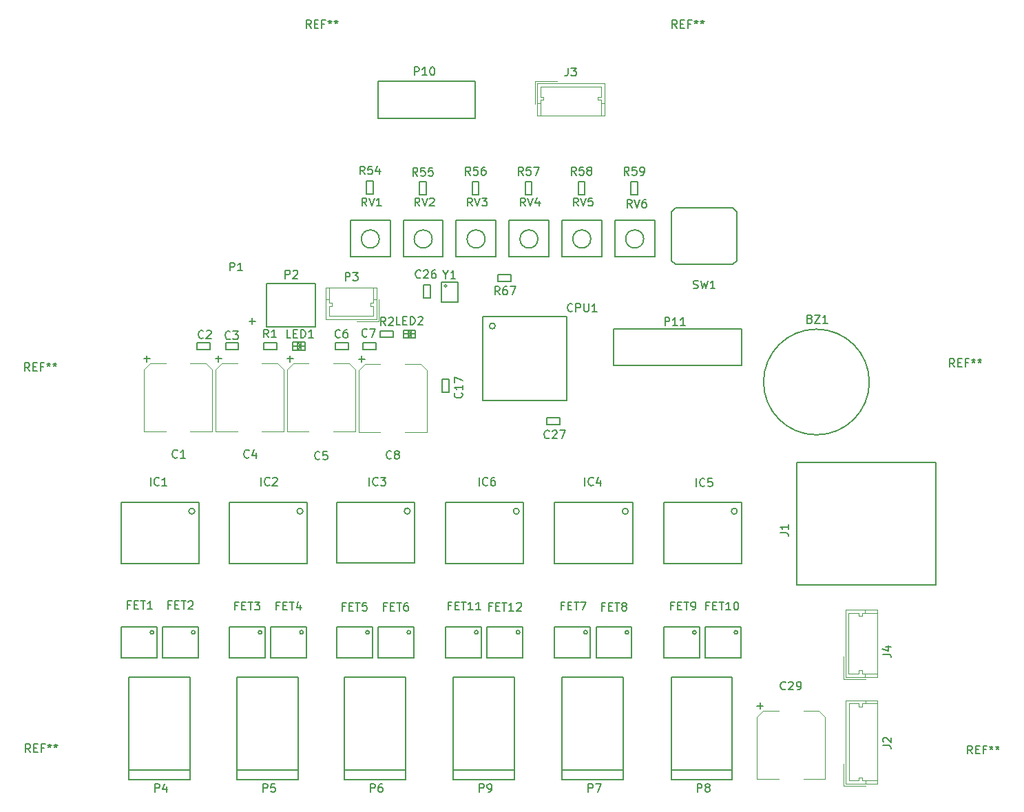
<source format=gto>
G04 #@! TF.GenerationSoftware,KiCad,Pcbnew,(5.0.0)*
G04 #@! TF.CreationDate,2018-08-29T13:58:51+09:00*
G04 #@! TF.ProjectId,lancer_mainbord_v1,6C616E6365725F6D61696E626F72645F,rev?*
G04 #@! TF.SameCoordinates,Original*
G04 #@! TF.FileFunction,Legend,Top*
G04 #@! TF.FilePolarity,Positive*
%FSLAX46Y46*%
G04 Gerber Fmt 4.6, Leading zero omitted, Abs format (unit mm)*
G04 Created by KiCad (PCBNEW (5.0.0)) date 08/29/18 13:58:51*
%MOMM*%
%LPD*%
G01*
G04 APERTURE LIST*
%ADD10C,0.150000*%
%ADD11C,0.120000*%
G04 APERTURE END LIST*
D10*
G04 #@! TO.C,P11*
X185400000Y-82400000D02*
X169700000Y-82400000D01*
X169700000Y-82400000D02*
X169700000Y-86900000D01*
X169700000Y-86900000D02*
X185400000Y-86900000D01*
X185400000Y-86900000D02*
X185400000Y-82400000D01*
G04 #@! TO.C,P10*
X140700000Y-56500000D02*
X140700000Y-51900000D01*
X152600000Y-56500000D02*
X140700000Y-56500000D01*
X152600000Y-51900000D02*
X152600000Y-56500000D01*
X140700000Y-51900000D02*
X152600000Y-51900000D01*
G04 #@! TO.C,J1*
X209300000Y-113800000D02*
X209300000Y-113900000D01*
X209300000Y-113900000D02*
X192200000Y-113900000D01*
X192200000Y-113900000D02*
X192200000Y-113800000D01*
X209200000Y-98800000D02*
X192200000Y-98800000D01*
X192200000Y-98800000D02*
X192200000Y-113800000D01*
X209300000Y-113800000D02*
X209300000Y-98800000D01*
X209300000Y-98800000D02*
X209200000Y-98800000D01*
D11*
G04 #@! TO.C,J4*
X198150000Y-125200000D02*
X202100000Y-125200000D01*
X202100000Y-125200000D02*
X202100000Y-116900000D01*
X202100000Y-116900000D02*
X198150000Y-116900000D01*
X198150000Y-116900000D02*
X198150000Y-125200000D01*
X197900000Y-122700000D02*
X197900000Y-125450000D01*
X197900000Y-125450000D02*
X200650000Y-125450000D01*
X200600000Y-125200000D02*
X200600000Y-124800000D01*
X200600000Y-116900000D02*
X200600000Y-117300000D01*
X198550000Y-121050000D02*
X198550000Y-124800000D01*
X198550000Y-124800000D02*
X199800000Y-124800000D01*
X199800000Y-124800000D02*
X199800000Y-124400000D01*
X199800000Y-124400000D02*
X200200000Y-124400000D01*
X200200000Y-124400000D02*
X200200000Y-124800000D01*
X200200000Y-124800000D02*
X202100000Y-124800000D01*
X198550000Y-121050000D02*
X198550000Y-117300000D01*
X198550000Y-117300000D02*
X199800000Y-117300000D01*
X199800000Y-117300000D02*
X199800000Y-117700000D01*
X199800000Y-117700000D02*
X200200000Y-117700000D01*
X200200000Y-117700000D02*
X200200000Y-117300000D01*
X200200000Y-117300000D02*
X202100000Y-117300000D01*
D10*
G04 #@! TO.C,IC5*
X184860555Y-104800000D02*
G75*
G03X184860555Y-104800000I-360555J0D01*
G01*
X185400000Y-103700000D02*
X185400000Y-111200000D01*
X185400000Y-111200000D02*
X175800000Y-111200000D01*
X175800000Y-111200000D02*
X175800000Y-103700000D01*
X175800000Y-103700000D02*
X185400000Y-103700000D01*
G04 #@! TO.C,CPU1*
X155110555Y-82000000D02*
G75*
G03X155110555Y-82000000I-360555J0D01*
G01*
X153600000Y-80850000D02*
X163900000Y-80850000D01*
X153600000Y-80900000D02*
X153600000Y-80850000D01*
X153600000Y-80950000D02*
X153600000Y-80900000D01*
X153600000Y-91150000D02*
X153600000Y-80950000D01*
X163900000Y-91150000D02*
X153600000Y-91150000D01*
X163900000Y-80850000D02*
X163900000Y-91150000D01*
D11*
G04 #@! TO.C,P3*
X140550000Y-81200000D02*
X140550000Y-77250000D01*
X140550000Y-77250000D02*
X134250000Y-77250000D01*
X134250000Y-77250000D02*
X134250000Y-81200000D01*
X134250000Y-81200000D02*
X140550000Y-81200000D01*
X138050000Y-81450000D02*
X140800000Y-81450000D01*
X140800000Y-81450000D02*
X140800000Y-78700000D01*
X140550000Y-78750000D02*
X140150000Y-78750000D01*
X134250000Y-78750000D02*
X134650000Y-78750000D01*
X137400000Y-80800000D02*
X140150000Y-80800000D01*
X140150000Y-80800000D02*
X140150000Y-79550000D01*
X140150000Y-79550000D02*
X139750000Y-79550000D01*
X139750000Y-79550000D02*
X139750000Y-79150000D01*
X139750000Y-79150000D02*
X140150000Y-79150000D01*
X140150000Y-79150000D02*
X140150000Y-77250000D01*
X137400000Y-80800000D02*
X134650000Y-80800000D01*
X134650000Y-80800000D02*
X134650000Y-79550000D01*
X134650000Y-79550000D02*
X135050000Y-79550000D01*
X135050000Y-79550000D02*
X135050000Y-79150000D01*
X135050000Y-79150000D02*
X134650000Y-79150000D01*
X134650000Y-79150000D02*
X134650000Y-77250000D01*
D10*
G04 #@! TO.C,P2*
X133000000Y-82100000D02*
X133000000Y-76800000D01*
X133000000Y-82100000D02*
X127000000Y-82100000D01*
X127000000Y-79500000D02*
X127000000Y-76800000D01*
X127000000Y-76800000D02*
X133000000Y-76800000D01*
X127000000Y-82100000D02*
X127000000Y-79500000D01*
G04 #@! TO.C,LED1*
X131700000Y-84500000D02*
X130200000Y-84500000D01*
X131200000Y-85000000D02*
X131200000Y-84000000D01*
X130800000Y-84000000D02*
X130800000Y-85000000D01*
X131200000Y-84500000D02*
X130800000Y-84000000D01*
X130800000Y-85000000D02*
X131200000Y-84500000D01*
X131700000Y-84000000D02*
X131700000Y-85000000D01*
X130200000Y-84000000D02*
X131700000Y-84000000D01*
X130200000Y-85000000D02*
X130200000Y-84000000D01*
X131700000Y-85000000D02*
X130200000Y-85000000D01*
G04 #@! TO.C,LED2*
X145300000Y-83000000D02*
X143800000Y-83000000D01*
X144800000Y-83500000D02*
X144800000Y-82500000D01*
X144400000Y-82500000D02*
X144400000Y-83500000D01*
X144800000Y-83000000D02*
X144400000Y-82500000D01*
X144400000Y-83500000D02*
X144800000Y-83000000D01*
X145300000Y-82500000D02*
X145300000Y-83500000D01*
X143800000Y-82500000D02*
X145300000Y-82500000D01*
X143800000Y-83500000D02*
X143800000Y-82500000D01*
X145300000Y-83500000D02*
X143800000Y-83500000D01*
G04 #@! TO.C,C17*
X148600000Y-88550000D02*
X148600000Y-90150000D01*
X149400000Y-88550000D02*
X148600000Y-88550000D01*
X149400000Y-88550000D02*
X149400000Y-90150000D01*
X149400000Y-90150000D02*
X148600000Y-90150000D01*
G04 #@! TO.C,BZ1*
X201100000Y-88900000D02*
G75*
G03X201100000Y-88900000I-6500000J0D01*
G01*
G04 #@! TO.C,C2*
X118450000Y-84900000D02*
X120050000Y-84900000D01*
X118450000Y-84100000D02*
X118450000Y-84900000D01*
X118450000Y-84100000D02*
X120050000Y-84100000D01*
X120050000Y-84100000D02*
X120050000Y-84900000D01*
G04 #@! TO.C,C3*
X123550000Y-84100000D02*
X121950000Y-84100000D01*
X123550000Y-84900000D02*
X123550000Y-84100000D01*
X123550000Y-84900000D02*
X121950000Y-84900000D01*
X121950000Y-84900000D02*
X121950000Y-84100000D01*
G04 #@! TO.C,C6*
X135450000Y-84900000D02*
X137050000Y-84900000D01*
X135450000Y-84100000D02*
X135450000Y-84900000D01*
X135450000Y-84100000D02*
X137050000Y-84100000D01*
X137050000Y-84100000D02*
X137050000Y-84900000D01*
G04 #@! TO.C,C7*
X140450000Y-84100000D02*
X138850000Y-84100000D01*
X140450000Y-84900000D02*
X140450000Y-84100000D01*
X140450000Y-84900000D02*
X138850000Y-84900000D01*
X138850000Y-84900000D02*
X138850000Y-84100000D01*
G04 #@! TO.C,FET1*
X113500000Y-119000000D02*
X113400000Y-119000000D01*
X109100000Y-119000000D02*
X113500000Y-119000000D01*
X109100000Y-122800000D02*
X109100000Y-119000000D01*
X113500000Y-122800000D02*
X109100000Y-122800000D01*
X113500000Y-122800000D02*
X113500000Y-119000000D01*
X113123607Y-119700000D02*
G75*
G03X113123607Y-119700000I-223607J0D01*
G01*
G04 #@! TO.C,FET2*
X118600000Y-119000000D02*
X118500000Y-119000000D01*
X114200000Y-119000000D02*
X118600000Y-119000000D01*
X114200000Y-122800000D02*
X114200000Y-119000000D01*
X118600000Y-122800000D02*
X114200000Y-122800000D01*
X118600000Y-122800000D02*
X118600000Y-119000000D01*
X118223607Y-119700000D02*
G75*
G03X118223607Y-119700000I-223607J0D01*
G01*
G04 #@! TO.C,FET3*
X126800000Y-119000000D02*
X126700000Y-119000000D01*
X122400000Y-119000000D02*
X126800000Y-119000000D01*
X122400000Y-122800000D02*
X122400000Y-119000000D01*
X126800000Y-122800000D02*
X122400000Y-122800000D01*
X126800000Y-122800000D02*
X126800000Y-119000000D01*
X126423607Y-119700000D02*
G75*
G03X126423607Y-119700000I-223607J0D01*
G01*
G04 #@! TO.C,FET4*
X131900000Y-119000000D02*
X131800000Y-119000000D01*
X127500000Y-119000000D02*
X131900000Y-119000000D01*
X127500000Y-122800000D02*
X127500000Y-119000000D01*
X131900000Y-122800000D02*
X127500000Y-122800000D01*
X131900000Y-122800000D02*
X131900000Y-119000000D01*
X131523607Y-119700000D02*
G75*
G03X131523607Y-119700000I-223607J0D01*
G01*
G04 #@! TO.C,FET5*
X140000000Y-119000000D02*
X139900000Y-119000000D01*
X135600000Y-119000000D02*
X140000000Y-119000000D01*
X135600000Y-122800000D02*
X135600000Y-119000000D01*
X140000000Y-122800000D02*
X135600000Y-122800000D01*
X140000000Y-122800000D02*
X140000000Y-119000000D01*
X139623607Y-119700000D02*
G75*
G03X139623607Y-119700000I-223607J0D01*
G01*
G04 #@! TO.C,FET6*
X145100000Y-119000000D02*
X145000000Y-119000000D01*
X140700000Y-119000000D02*
X145100000Y-119000000D01*
X140700000Y-122800000D02*
X140700000Y-119000000D01*
X145100000Y-122800000D02*
X140700000Y-122800000D01*
X145100000Y-122800000D02*
X145100000Y-119000000D01*
X144723607Y-119700000D02*
G75*
G03X144723607Y-119700000I-223607J0D01*
G01*
G04 #@! TO.C,FET7*
X166800000Y-119000000D02*
X166700000Y-119000000D01*
X162400000Y-119000000D02*
X166800000Y-119000000D01*
X162400000Y-122800000D02*
X162400000Y-119000000D01*
X166800000Y-122800000D02*
X162400000Y-122800000D01*
X166800000Y-122800000D02*
X166800000Y-119000000D01*
X166423607Y-119700000D02*
G75*
G03X166423607Y-119700000I-223607J0D01*
G01*
G04 #@! TO.C,FET8*
X171900000Y-119000000D02*
X171800000Y-119000000D01*
X167500000Y-119000000D02*
X171900000Y-119000000D01*
X167500000Y-122800000D02*
X167500000Y-119000000D01*
X171900000Y-122800000D02*
X167500000Y-122800000D01*
X171900000Y-122800000D02*
X171900000Y-119000000D01*
X171523607Y-119700000D02*
G75*
G03X171523607Y-119700000I-223607J0D01*
G01*
G04 #@! TO.C,FET9*
X180200000Y-119000000D02*
X180100000Y-119000000D01*
X175800000Y-119000000D02*
X180200000Y-119000000D01*
X175800000Y-122800000D02*
X175800000Y-119000000D01*
X180200000Y-122800000D02*
X175800000Y-122800000D01*
X180200000Y-122800000D02*
X180200000Y-119000000D01*
X179823607Y-119700000D02*
G75*
G03X179823607Y-119700000I-223607J0D01*
G01*
G04 #@! TO.C,FET10*
X185300000Y-119000000D02*
X185200000Y-119000000D01*
X180900000Y-119000000D02*
X185300000Y-119000000D01*
X180900000Y-122800000D02*
X180900000Y-119000000D01*
X185300000Y-122800000D02*
X180900000Y-122800000D01*
X185300000Y-122800000D02*
X185300000Y-119000000D01*
X184923607Y-119700000D02*
G75*
G03X184923607Y-119700000I-223607J0D01*
G01*
G04 #@! TO.C,FET11*
X153400000Y-119000000D02*
X153300000Y-119000000D01*
X149000000Y-119000000D02*
X153400000Y-119000000D01*
X149000000Y-122800000D02*
X149000000Y-119000000D01*
X153400000Y-122800000D02*
X149000000Y-122800000D01*
X153400000Y-122800000D02*
X153400000Y-119000000D01*
X153023607Y-119700000D02*
G75*
G03X153023607Y-119700000I-223607J0D01*
G01*
G04 #@! TO.C,FET12*
X158500000Y-119000000D02*
X158400000Y-119000000D01*
X154100000Y-119000000D02*
X158500000Y-119000000D01*
X154100000Y-122800000D02*
X154100000Y-119000000D01*
X158500000Y-122800000D02*
X154100000Y-122800000D01*
X158500000Y-122800000D02*
X158500000Y-119000000D01*
X158123607Y-119700000D02*
G75*
G03X158123607Y-119700000I-223607J0D01*
G01*
G04 #@! TO.C,IC1*
X118160555Y-104800000D02*
G75*
G03X118160555Y-104800000I-360555J0D01*
G01*
X118700000Y-103700000D02*
X118700000Y-111200000D01*
X118700000Y-111200000D02*
X109100000Y-111200000D01*
X109100000Y-111200000D02*
X109100000Y-103700000D01*
X109100000Y-103700000D02*
X118700000Y-103700000D01*
G04 #@! TO.C,IC2*
X131460555Y-104800000D02*
G75*
G03X131460555Y-104800000I-360555J0D01*
G01*
X132000000Y-103700000D02*
X132000000Y-111200000D01*
X132000000Y-111200000D02*
X122400000Y-111200000D01*
X122400000Y-111200000D02*
X122400000Y-103700000D01*
X122400000Y-103700000D02*
X132000000Y-103700000D01*
G04 #@! TO.C,IC3*
X144650555Y-104780000D02*
G75*
G03X144650555Y-104780000I-360555J0D01*
G01*
X145190000Y-103680000D02*
X145190000Y-111180000D01*
X145190000Y-111180000D02*
X135590000Y-111180000D01*
X135590000Y-111180000D02*
X135590000Y-103680000D01*
X135590000Y-103680000D02*
X145190000Y-103680000D01*
G04 #@! TO.C,IC4*
X171460555Y-104800000D02*
G75*
G03X171460555Y-104800000I-360555J0D01*
G01*
X172000000Y-103700000D02*
X172000000Y-111200000D01*
X172000000Y-111200000D02*
X162400000Y-111200000D01*
X162400000Y-111200000D02*
X162400000Y-103700000D01*
X162400000Y-103700000D02*
X172000000Y-103700000D01*
G04 #@! TO.C,IC6*
X158060555Y-104800000D02*
G75*
G03X158060555Y-104800000I-360555J0D01*
G01*
X158600000Y-103700000D02*
X158600000Y-111200000D01*
X158600000Y-111200000D02*
X149000000Y-111200000D01*
X149000000Y-111200000D02*
X149000000Y-103700000D01*
X149000000Y-103700000D02*
X158600000Y-103700000D01*
G04 #@! TO.C,R1*
X126650000Y-84100000D02*
X128250000Y-84100000D01*
X126650000Y-84100000D02*
X126650000Y-84900000D01*
X126650000Y-84900000D02*
X128250000Y-84900000D01*
X128250000Y-84100000D02*
X128250000Y-84900000D01*
G04 #@! TO.C,R2*
X140950000Y-82600000D02*
X142550000Y-82600000D01*
X140950000Y-82600000D02*
X140950000Y-83400000D01*
X140950000Y-83400000D02*
X142550000Y-83400000D01*
X142550000Y-82600000D02*
X142550000Y-83400000D01*
G04 #@! TO.C,R54*
X140100000Y-64150000D02*
X140100000Y-65750000D01*
X140100000Y-64150000D02*
X139300000Y-64150000D01*
X139300000Y-64150000D02*
X139300000Y-65750000D01*
X140100000Y-65750000D02*
X139300000Y-65750000D01*
G04 #@! TO.C,R55*
X146600000Y-64250000D02*
X146600000Y-65850000D01*
X146600000Y-64250000D02*
X145800000Y-64250000D01*
X145800000Y-64250000D02*
X145800000Y-65850000D01*
X146600000Y-65850000D02*
X145800000Y-65850000D01*
G04 #@! TO.C,R56*
X153100000Y-64250000D02*
X153100000Y-65850000D01*
X153100000Y-64250000D02*
X152300000Y-64250000D01*
X152300000Y-64250000D02*
X152300000Y-65850000D01*
X153100000Y-65850000D02*
X152300000Y-65850000D01*
G04 #@! TO.C,R57*
X159600000Y-64250000D02*
X159600000Y-65850000D01*
X159600000Y-64250000D02*
X158800000Y-64250000D01*
X158800000Y-64250000D02*
X158800000Y-65850000D01*
X159600000Y-65850000D02*
X158800000Y-65850000D01*
G04 #@! TO.C,R58*
X166100000Y-64250000D02*
X166100000Y-65850000D01*
X166100000Y-64250000D02*
X165300000Y-64250000D01*
X165300000Y-64250000D02*
X165300000Y-65850000D01*
X166100000Y-65850000D02*
X165300000Y-65850000D01*
G04 #@! TO.C,R59*
X172600000Y-64250000D02*
X172600000Y-65850000D01*
X172600000Y-64250000D02*
X171800000Y-64250000D01*
X171800000Y-64250000D02*
X171800000Y-65850000D01*
X172600000Y-65850000D02*
X171800000Y-65850000D01*
G04 #@! TO.C,SW1*
X177300000Y-67450000D02*
X176800000Y-67950000D01*
X184800000Y-67950000D02*
X184300000Y-67450000D01*
X184300000Y-74450000D02*
X184800000Y-73950000D01*
X177300000Y-74450000D02*
X176800000Y-73950000D01*
X177300000Y-67450000D02*
X184300000Y-67450000D01*
X184800000Y-67950000D02*
X184800000Y-73950000D01*
X176800000Y-73950000D02*
X176800000Y-67950000D01*
X184300000Y-74450000D02*
X177300000Y-74450000D01*
G04 #@! TO.C,RV1*
X140856797Y-71300000D02*
G75*
G03X140856797Y-71300000I-1106797J0D01*
G01*
X142200000Y-73500000D02*
X137300000Y-73500000D01*
X137300000Y-69000000D02*
X142200000Y-69000000D01*
X137300000Y-69000000D02*
X137300000Y-73500000D01*
X142200000Y-69000000D02*
X142200000Y-73500000D01*
G04 #@! TO.C,RV2*
X147356797Y-71300000D02*
G75*
G03X147356797Y-71300000I-1106797J0D01*
G01*
X148700000Y-73500000D02*
X143800000Y-73500000D01*
X143800000Y-69000000D02*
X148700000Y-69000000D01*
X143800000Y-69000000D02*
X143800000Y-73500000D01*
X148700000Y-69000000D02*
X148700000Y-73500000D01*
G04 #@! TO.C,RV3*
X153856797Y-71300000D02*
G75*
G03X153856797Y-71300000I-1106797J0D01*
G01*
X155200000Y-73500000D02*
X150300000Y-73500000D01*
X150300000Y-69000000D02*
X155200000Y-69000000D01*
X150300000Y-69000000D02*
X150300000Y-73500000D01*
X155200000Y-69000000D02*
X155200000Y-73500000D01*
G04 #@! TO.C,RV4*
X160356797Y-71300000D02*
G75*
G03X160356797Y-71300000I-1106797J0D01*
G01*
X161700000Y-73500000D02*
X156800000Y-73500000D01*
X156800000Y-69000000D02*
X161700000Y-69000000D01*
X156800000Y-69000000D02*
X156800000Y-73500000D01*
X161700000Y-69000000D02*
X161700000Y-73500000D01*
G04 #@! TO.C,RV5*
X166856797Y-71300000D02*
G75*
G03X166856797Y-71300000I-1106797J0D01*
G01*
X168200000Y-73500000D02*
X163300000Y-73500000D01*
X163300000Y-69000000D02*
X168200000Y-69000000D01*
X163300000Y-69000000D02*
X163300000Y-73500000D01*
X168200000Y-69000000D02*
X168200000Y-73500000D01*
G04 #@! TO.C,RV6*
X173356797Y-71300000D02*
G75*
G03X173356797Y-71300000I-1106797J0D01*
G01*
X174700000Y-73500000D02*
X169800000Y-73500000D01*
X169800000Y-69000000D02*
X174700000Y-69000000D01*
X169800000Y-69000000D02*
X169800000Y-73500000D01*
X174700000Y-69000000D02*
X174700000Y-73500000D01*
G04 #@! TO.C,P4*
X117550000Y-137800000D02*
X110050000Y-137800000D01*
X117550000Y-125200000D02*
X110050000Y-125200000D01*
X110050000Y-137800000D02*
X110050000Y-125800000D01*
X110050000Y-125800000D02*
X110050000Y-125200000D01*
X117550000Y-125800000D02*
X117550000Y-125200000D01*
X117550000Y-137800000D02*
X117550000Y-125800000D01*
X117550000Y-136650000D02*
X110050000Y-136650000D01*
G04 #@! TO.C,P5*
X130850000Y-137800000D02*
X123350000Y-137800000D01*
X130850000Y-125200000D02*
X123350000Y-125200000D01*
X123350000Y-137800000D02*
X123350000Y-125800000D01*
X123350000Y-125800000D02*
X123350000Y-125200000D01*
X130850000Y-125800000D02*
X130850000Y-125200000D01*
X130850000Y-137800000D02*
X130850000Y-125800000D01*
X130850000Y-136650000D02*
X123350000Y-136650000D01*
G04 #@! TO.C,P6*
X144050000Y-137800000D02*
X136550000Y-137800000D01*
X144050000Y-125200000D02*
X136550000Y-125200000D01*
X136550000Y-137800000D02*
X136550000Y-125800000D01*
X136550000Y-125800000D02*
X136550000Y-125200000D01*
X144050000Y-125800000D02*
X144050000Y-125200000D01*
X144050000Y-137800000D02*
X144050000Y-125800000D01*
X144050000Y-136650000D02*
X136550000Y-136650000D01*
G04 #@! TO.C,P7*
X170850000Y-137800000D02*
X163350000Y-137800000D01*
X170850000Y-125200000D02*
X163350000Y-125200000D01*
X163350000Y-137800000D02*
X163350000Y-125800000D01*
X163350000Y-125800000D02*
X163350000Y-125200000D01*
X170850000Y-125800000D02*
X170850000Y-125200000D01*
X170850000Y-137800000D02*
X170850000Y-125800000D01*
X170850000Y-136650000D02*
X163350000Y-136650000D01*
G04 #@! TO.C,P8*
X184250000Y-137800000D02*
X176750000Y-137800000D01*
X184250000Y-125200000D02*
X176750000Y-125200000D01*
X176750000Y-137800000D02*
X176750000Y-125800000D01*
X176750000Y-125800000D02*
X176750000Y-125200000D01*
X184250000Y-125800000D02*
X184250000Y-125200000D01*
X184250000Y-137800000D02*
X184250000Y-125800000D01*
X184250000Y-136650000D02*
X176750000Y-136650000D01*
G04 #@! TO.C,P9*
X157450000Y-137800000D02*
X149950000Y-137800000D01*
X157450000Y-125200000D02*
X149950000Y-125200000D01*
X149950000Y-137800000D02*
X149950000Y-125800000D01*
X149950000Y-125800000D02*
X149950000Y-125200000D01*
X157450000Y-125800000D02*
X157450000Y-125200000D01*
X157450000Y-137800000D02*
X157450000Y-125800000D01*
X157450000Y-136650000D02*
X149950000Y-136650000D01*
D11*
G04 #@! TO.C,J2*
X198175000Y-138350000D02*
X202125000Y-138350000D01*
X202125000Y-138350000D02*
X202125000Y-128050000D01*
X202125000Y-128050000D02*
X198175000Y-128050000D01*
X198175000Y-128050000D02*
X198175000Y-138350000D01*
X197925000Y-135850000D02*
X197925000Y-138600000D01*
X197925000Y-138600000D02*
X200675000Y-138600000D01*
X200625000Y-138350000D02*
X200625000Y-137950000D01*
X200625000Y-128050000D02*
X200625000Y-128450000D01*
X198575000Y-133200000D02*
X198575000Y-137950000D01*
X198575000Y-137950000D02*
X199825000Y-137950000D01*
X199825000Y-137950000D02*
X199825000Y-137550000D01*
X199825000Y-137550000D02*
X200225000Y-137550000D01*
X200225000Y-137550000D02*
X200225000Y-137950000D01*
X200225000Y-137950000D02*
X202125000Y-137950000D01*
X198575000Y-133200000D02*
X198575000Y-128450000D01*
X198575000Y-128450000D02*
X199825000Y-128450000D01*
X199825000Y-128450000D02*
X199825000Y-128850000D01*
X199825000Y-128850000D02*
X200225000Y-128850000D01*
X200225000Y-128850000D02*
X200225000Y-128450000D01*
X200225000Y-128450000D02*
X202125000Y-128450000D01*
G04 #@! TO.C,J3*
X160250000Y-52150000D02*
X160250000Y-56100000D01*
X160250000Y-56100000D02*
X168550000Y-56100000D01*
X168550000Y-56100000D02*
X168550000Y-52150000D01*
X168550000Y-52150000D02*
X160250000Y-52150000D01*
X162750000Y-51900000D02*
X160000000Y-51900000D01*
X160000000Y-51900000D02*
X160000000Y-54650000D01*
X160250000Y-54600000D02*
X160650000Y-54600000D01*
X168550000Y-54600000D02*
X168150000Y-54600000D01*
X164400000Y-52550000D02*
X160650000Y-52550000D01*
X160650000Y-52550000D02*
X160650000Y-53800000D01*
X160650000Y-53800000D02*
X161050000Y-53800000D01*
X161050000Y-53800000D02*
X161050000Y-54200000D01*
X161050000Y-54200000D02*
X160650000Y-54200000D01*
X160650000Y-54200000D02*
X160650000Y-56100000D01*
X164400000Y-52550000D02*
X168150000Y-52550000D01*
X168150000Y-52550000D02*
X168150000Y-53800000D01*
X168150000Y-53800000D02*
X167750000Y-53800000D01*
X167750000Y-53800000D02*
X167750000Y-54200000D01*
X167750000Y-54200000D02*
X168150000Y-54200000D01*
X168150000Y-54200000D02*
X168150000Y-56100000D01*
D10*
G04 #@! TO.C,C27*
X161450000Y-94100000D02*
X163050000Y-94100000D01*
X161450000Y-93300000D02*
X161450000Y-94100000D01*
X161450000Y-93300000D02*
X163050000Y-93300000D01*
X163050000Y-93300000D02*
X163050000Y-94100000D01*
G04 #@! TO.C,R67*
X157050000Y-76500000D02*
X155450000Y-76500000D01*
X157050000Y-76500000D02*
X157050000Y-75700000D01*
X157050000Y-75700000D02*
X155450000Y-75700000D01*
X155450000Y-76500000D02*
X155450000Y-75700000D01*
D11*
G04 #@! TO.C,C1*
X111910000Y-94990000D02*
X114590000Y-94990000D01*
X120290000Y-94990000D02*
X117610000Y-94990000D01*
X119530000Y-86610000D02*
X117610000Y-86610000D01*
X112670000Y-86610000D02*
X114590000Y-86610000D01*
X111910000Y-94990000D02*
X111910000Y-87370000D01*
X111910000Y-87370000D02*
X112670000Y-86610000D01*
X119530000Y-86610000D02*
X120290000Y-87370000D01*
X120290000Y-87370000D02*
X120290000Y-94990000D01*
G04 #@! TO.C,C4*
X120710000Y-94990000D02*
X123390000Y-94990000D01*
X129090000Y-94990000D02*
X126410000Y-94990000D01*
X128330000Y-86610000D02*
X126410000Y-86610000D01*
X121470000Y-86610000D02*
X123390000Y-86610000D01*
X120710000Y-94990000D02*
X120710000Y-87370000D01*
X120710000Y-87370000D02*
X121470000Y-86610000D01*
X128330000Y-86610000D02*
X129090000Y-87370000D01*
X129090000Y-87370000D02*
X129090000Y-94990000D01*
G04 #@! TO.C,C5*
X129510000Y-94990000D02*
X132190000Y-94990000D01*
X137890000Y-94990000D02*
X135210000Y-94990000D01*
X137130000Y-86610000D02*
X135210000Y-86610000D01*
X130270000Y-86610000D02*
X132190000Y-86610000D01*
X129510000Y-94990000D02*
X129510000Y-87370000D01*
X129510000Y-87370000D02*
X130270000Y-86610000D01*
X137130000Y-86610000D02*
X137890000Y-87370000D01*
X137890000Y-87370000D02*
X137890000Y-94990000D01*
G04 #@! TO.C,C8*
X138310000Y-95040000D02*
X140990000Y-95040000D01*
X146690000Y-95040000D02*
X144010000Y-95040000D01*
X145930000Y-86660000D02*
X144010000Y-86660000D01*
X139070000Y-86660000D02*
X140990000Y-86660000D01*
X138310000Y-95040000D02*
X138310000Y-87420000D01*
X138310000Y-87420000D02*
X139070000Y-86660000D01*
X145930000Y-86660000D02*
X146690000Y-87420000D01*
X146690000Y-87420000D02*
X146690000Y-95040000D01*
D10*
G04 #@! TO.C,C26*
X146325000Y-76950000D02*
X146325000Y-78550000D01*
X147125000Y-76950000D02*
X146325000Y-76950000D01*
X147125000Y-76950000D02*
X147125000Y-78550000D01*
X147125000Y-78550000D02*
X146325000Y-78550000D01*
G04 #@! TO.C,Y1*
X149151777Y-77073224D02*
G75*
G03X149151777Y-77073224I-176777J0D01*
G01*
X150525000Y-76600000D02*
X148525000Y-76600000D01*
X150525000Y-79100000D02*
X150525000Y-76600000D01*
X148525000Y-79100000D02*
X150525000Y-79100000D01*
X148525000Y-76600000D02*
X148525000Y-79100000D01*
D11*
G04 #@! TO.C,C29*
X187310000Y-137715000D02*
X189990000Y-137715000D01*
X195690000Y-137715000D02*
X193010000Y-137715000D01*
X194930000Y-129335000D02*
X193010000Y-129335000D01*
X188070000Y-129335000D02*
X189990000Y-129335000D01*
X187310000Y-137715000D02*
X187310000Y-130095000D01*
X187310000Y-130095000D02*
X188070000Y-129335000D01*
X194930000Y-129335000D02*
X195690000Y-130095000D01*
X195690000Y-130095000D02*
X195690000Y-137715000D01*
G04 #@! TO.C,P11*
D10*
X175985714Y-81952380D02*
X175985714Y-80952380D01*
X176366666Y-80952380D01*
X176461904Y-81000000D01*
X176509523Y-81047619D01*
X176557142Y-81142857D01*
X176557142Y-81285714D01*
X176509523Y-81380952D01*
X176461904Y-81428571D01*
X176366666Y-81476190D01*
X175985714Y-81476190D01*
X177509523Y-81952380D02*
X176938095Y-81952380D01*
X177223809Y-81952380D02*
X177223809Y-80952380D01*
X177128571Y-81095238D01*
X177033333Y-81190476D01*
X176938095Y-81238095D01*
X178461904Y-81952380D02*
X177890476Y-81952380D01*
X178176190Y-81952380D02*
X178176190Y-80952380D01*
X178080952Y-81095238D01*
X177985714Y-81190476D01*
X177890476Y-81238095D01*
G04 #@! TO.C,P10*
X145185714Y-51152380D02*
X145185714Y-50152380D01*
X145566666Y-50152380D01*
X145661904Y-50200000D01*
X145709523Y-50247619D01*
X145757142Y-50342857D01*
X145757142Y-50485714D01*
X145709523Y-50580952D01*
X145661904Y-50628571D01*
X145566666Y-50676190D01*
X145185714Y-50676190D01*
X146709523Y-51152380D02*
X146138095Y-51152380D01*
X146423809Y-51152380D02*
X146423809Y-50152380D01*
X146328571Y-50295238D01*
X146233333Y-50390476D01*
X146138095Y-50438095D01*
X147328571Y-50152380D02*
X147423809Y-50152380D01*
X147519047Y-50200000D01*
X147566666Y-50247619D01*
X147614285Y-50342857D01*
X147661904Y-50533333D01*
X147661904Y-50771428D01*
X147614285Y-50961904D01*
X147566666Y-51057142D01*
X147519047Y-51104761D01*
X147423809Y-51152380D01*
X147328571Y-51152380D01*
X147233333Y-51104761D01*
X147185714Y-51057142D01*
X147138095Y-50961904D01*
X147090476Y-50771428D01*
X147090476Y-50533333D01*
X147138095Y-50342857D01*
X147185714Y-50247619D01*
X147233333Y-50200000D01*
X147328571Y-50152380D01*
G04 #@! TO.C,J1*
X190152380Y-107433333D02*
X190866666Y-107433333D01*
X191009523Y-107480952D01*
X191104761Y-107576190D01*
X191152380Y-107719047D01*
X191152380Y-107814285D01*
X191152380Y-106433333D02*
X191152380Y-107004761D01*
X191152380Y-106719047D02*
X190152380Y-106719047D01*
X190295238Y-106814285D01*
X190390476Y-106909523D01*
X190438095Y-107004761D01*
G04 #@! TO.C,J4*
X202752380Y-122383333D02*
X203466666Y-122383333D01*
X203609523Y-122430952D01*
X203704761Y-122526190D01*
X203752380Y-122669047D01*
X203752380Y-122764285D01*
X203085714Y-121478571D02*
X203752380Y-121478571D01*
X202704761Y-121716666D02*
X203419047Y-121954761D01*
X203419047Y-121335714D01*
G04 #@! TO.C,IC5*
X179823809Y-101752380D02*
X179823809Y-100752380D01*
X180871428Y-101657142D02*
X180823809Y-101704761D01*
X180680952Y-101752380D01*
X180585714Y-101752380D01*
X180442857Y-101704761D01*
X180347619Y-101609523D01*
X180300000Y-101514285D01*
X180252380Y-101323809D01*
X180252380Y-101180952D01*
X180300000Y-100990476D01*
X180347619Y-100895238D01*
X180442857Y-100800000D01*
X180585714Y-100752380D01*
X180680952Y-100752380D01*
X180823809Y-100800000D01*
X180871428Y-100847619D01*
X181776190Y-100752380D02*
X181300000Y-100752380D01*
X181252380Y-101228571D01*
X181300000Y-101180952D01*
X181395238Y-101133333D01*
X181633333Y-101133333D01*
X181728571Y-101180952D01*
X181776190Y-101228571D01*
X181823809Y-101323809D01*
X181823809Y-101561904D01*
X181776190Y-101657142D01*
X181728571Y-101704761D01*
X181633333Y-101752380D01*
X181395238Y-101752380D01*
X181300000Y-101704761D01*
X181252380Y-101657142D01*
G04 #@! TO.C,CPU1*
X164609523Y-80157142D02*
X164561904Y-80204761D01*
X164419047Y-80252380D01*
X164323809Y-80252380D01*
X164180952Y-80204761D01*
X164085714Y-80109523D01*
X164038095Y-80014285D01*
X163990476Y-79823809D01*
X163990476Y-79680952D01*
X164038095Y-79490476D01*
X164085714Y-79395238D01*
X164180952Y-79300000D01*
X164323809Y-79252380D01*
X164419047Y-79252380D01*
X164561904Y-79300000D01*
X164609523Y-79347619D01*
X165038095Y-80252380D02*
X165038095Y-79252380D01*
X165419047Y-79252380D01*
X165514285Y-79300000D01*
X165561904Y-79347619D01*
X165609523Y-79442857D01*
X165609523Y-79585714D01*
X165561904Y-79680952D01*
X165514285Y-79728571D01*
X165419047Y-79776190D01*
X165038095Y-79776190D01*
X166038095Y-79252380D02*
X166038095Y-80061904D01*
X166085714Y-80157142D01*
X166133333Y-80204761D01*
X166228571Y-80252380D01*
X166419047Y-80252380D01*
X166514285Y-80204761D01*
X166561904Y-80157142D01*
X166609523Y-80061904D01*
X166609523Y-79252380D01*
X167609523Y-80252380D02*
X167038095Y-80252380D01*
X167323809Y-80252380D02*
X167323809Y-79252380D01*
X167228571Y-79395238D01*
X167133333Y-79490476D01*
X167038095Y-79538095D01*
G04 #@! TO.C,P3*
X136686904Y-76427380D02*
X136686904Y-75427380D01*
X137067857Y-75427380D01*
X137163095Y-75475000D01*
X137210714Y-75522619D01*
X137258333Y-75617857D01*
X137258333Y-75760714D01*
X137210714Y-75855952D01*
X137163095Y-75903571D01*
X137067857Y-75951190D01*
X136686904Y-75951190D01*
X137591666Y-75427380D02*
X138210714Y-75427380D01*
X137877380Y-75808333D01*
X138020238Y-75808333D01*
X138115476Y-75855952D01*
X138163095Y-75903571D01*
X138210714Y-75998809D01*
X138210714Y-76236904D01*
X138163095Y-76332142D01*
X138115476Y-76379761D01*
X138020238Y-76427380D01*
X137734523Y-76427380D01*
X137639285Y-76379761D01*
X137591666Y-76332142D01*
G04 #@! TO.C,P2*
X129311904Y-76152380D02*
X129311904Y-75152380D01*
X129692857Y-75152380D01*
X129788095Y-75200000D01*
X129835714Y-75247619D01*
X129883333Y-75342857D01*
X129883333Y-75485714D01*
X129835714Y-75580952D01*
X129788095Y-75628571D01*
X129692857Y-75676190D01*
X129311904Y-75676190D01*
X130264285Y-75247619D02*
X130311904Y-75200000D01*
X130407142Y-75152380D01*
X130645238Y-75152380D01*
X130740476Y-75200000D01*
X130788095Y-75247619D01*
X130835714Y-75342857D01*
X130835714Y-75438095D01*
X130788095Y-75580952D01*
X130216666Y-76152380D01*
X130835714Y-76152380D01*
G04 #@! TO.C,P1*
X122511904Y-75202380D02*
X122511904Y-74202380D01*
X122892857Y-74202380D01*
X122988095Y-74250000D01*
X123035714Y-74297619D01*
X123083333Y-74392857D01*
X123083333Y-74535714D01*
X123035714Y-74630952D01*
X122988095Y-74678571D01*
X122892857Y-74726190D01*
X122511904Y-74726190D01*
X124035714Y-75202380D02*
X123464285Y-75202380D01*
X123750000Y-75202380D02*
X123750000Y-74202380D01*
X123654761Y-74345238D01*
X123559523Y-74440476D01*
X123464285Y-74488095D01*
X124869047Y-81421428D02*
X125630952Y-81421428D01*
X125250000Y-81802380D02*
X125250000Y-81040476D01*
G04 #@! TO.C,LED1*
X129980952Y-83452380D02*
X129504761Y-83452380D01*
X129504761Y-82452380D01*
X130314285Y-82928571D02*
X130647619Y-82928571D01*
X130790476Y-83452380D02*
X130314285Y-83452380D01*
X130314285Y-82452380D01*
X130790476Y-82452380D01*
X131219047Y-83452380D02*
X131219047Y-82452380D01*
X131457142Y-82452380D01*
X131600000Y-82500000D01*
X131695238Y-82595238D01*
X131742857Y-82690476D01*
X131790476Y-82880952D01*
X131790476Y-83023809D01*
X131742857Y-83214285D01*
X131695238Y-83309523D01*
X131600000Y-83404761D01*
X131457142Y-83452380D01*
X131219047Y-83452380D01*
X132742857Y-83452380D02*
X132171428Y-83452380D01*
X132457142Y-83452380D02*
X132457142Y-82452380D01*
X132361904Y-82595238D01*
X132266666Y-82690476D01*
X132171428Y-82738095D01*
G04 #@! TO.C,LED2*
X143430952Y-81852380D02*
X142954761Y-81852380D01*
X142954761Y-80852380D01*
X143764285Y-81328571D02*
X144097619Y-81328571D01*
X144240476Y-81852380D02*
X143764285Y-81852380D01*
X143764285Y-80852380D01*
X144240476Y-80852380D01*
X144669047Y-81852380D02*
X144669047Y-80852380D01*
X144907142Y-80852380D01*
X145050000Y-80900000D01*
X145145238Y-80995238D01*
X145192857Y-81090476D01*
X145240476Y-81280952D01*
X145240476Y-81423809D01*
X145192857Y-81614285D01*
X145145238Y-81709523D01*
X145050000Y-81804761D01*
X144907142Y-81852380D01*
X144669047Y-81852380D01*
X145621428Y-80947619D02*
X145669047Y-80900000D01*
X145764285Y-80852380D01*
X146002380Y-80852380D01*
X146097619Y-80900000D01*
X146145238Y-80947619D01*
X146192857Y-81042857D01*
X146192857Y-81138095D01*
X146145238Y-81280952D01*
X145573809Y-81852380D01*
X146192857Y-81852380D01*
G04 #@! TO.C,C17*
X150982142Y-90242857D02*
X151029761Y-90290476D01*
X151077380Y-90433333D01*
X151077380Y-90528571D01*
X151029761Y-90671428D01*
X150934523Y-90766666D01*
X150839285Y-90814285D01*
X150648809Y-90861904D01*
X150505952Y-90861904D01*
X150315476Y-90814285D01*
X150220238Y-90766666D01*
X150125000Y-90671428D01*
X150077380Y-90528571D01*
X150077380Y-90433333D01*
X150125000Y-90290476D01*
X150172619Y-90242857D01*
X151077380Y-89290476D02*
X151077380Y-89861904D01*
X151077380Y-89576190D02*
X150077380Y-89576190D01*
X150220238Y-89671428D01*
X150315476Y-89766666D01*
X150363095Y-89861904D01*
X150077380Y-88957142D02*
X150077380Y-88290476D01*
X151077380Y-88719047D01*
G04 #@! TO.C,BZ1*
X193819047Y-81128571D02*
X193961904Y-81176190D01*
X194009523Y-81223809D01*
X194057142Y-81319047D01*
X194057142Y-81461904D01*
X194009523Y-81557142D01*
X193961904Y-81604761D01*
X193866666Y-81652380D01*
X193485714Y-81652380D01*
X193485714Y-80652380D01*
X193819047Y-80652380D01*
X193914285Y-80700000D01*
X193961904Y-80747619D01*
X194009523Y-80842857D01*
X194009523Y-80938095D01*
X193961904Y-81033333D01*
X193914285Y-81080952D01*
X193819047Y-81128571D01*
X193485714Y-81128571D01*
X194390476Y-80652380D02*
X195057142Y-80652380D01*
X194390476Y-81652380D01*
X195057142Y-81652380D01*
X195961904Y-81652380D02*
X195390476Y-81652380D01*
X195676190Y-81652380D02*
X195676190Y-80652380D01*
X195580952Y-80795238D01*
X195485714Y-80890476D01*
X195390476Y-80938095D01*
G04 #@! TO.C,REF\002A\002A*
X177466666Y-45352380D02*
X177133333Y-44876190D01*
X176895238Y-45352380D02*
X176895238Y-44352380D01*
X177276190Y-44352380D01*
X177371428Y-44400000D01*
X177419047Y-44447619D01*
X177466666Y-44542857D01*
X177466666Y-44685714D01*
X177419047Y-44780952D01*
X177371428Y-44828571D01*
X177276190Y-44876190D01*
X176895238Y-44876190D01*
X177895238Y-44828571D02*
X178228571Y-44828571D01*
X178371428Y-45352380D02*
X177895238Y-45352380D01*
X177895238Y-44352380D01*
X178371428Y-44352380D01*
X179133333Y-44828571D02*
X178800000Y-44828571D01*
X178800000Y-45352380D02*
X178800000Y-44352380D01*
X179276190Y-44352380D01*
X179800000Y-44352380D02*
X179800000Y-44590476D01*
X179561904Y-44495238D02*
X179800000Y-44590476D01*
X180038095Y-44495238D01*
X179657142Y-44780952D02*
X179800000Y-44590476D01*
X179942857Y-44780952D01*
X180561904Y-44352380D02*
X180561904Y-44590476D01*
X180323809Y-44495238D02*
X180561904Y-44590476D01*
X180800000Y-44495238D01*
X180419047Y-44780952D02*
X180561904Y-44590476D01*
X180704761Y-44780952D01*
X132466666Y-45352380D02*
X132133333Y-44876190D01*
X131895238Y-45352380D02*
X131895238Y-44352380D01*
X132276190Y-44352380D01*
X132371428Y-44400000D01*
X132419047Y-44447619D01*
X132466666Y-44542857D01*
X132466666Y-44685714D01*
X132419047Y-44780952D01*
X132371428Y-44828571D01*
X132276190Y-44876190D01*
X131895238Y-44876190D01*
X132895238Y-44828571D02*
X133228571Y-44828571D01*
X133371428Y-45352380D02*
X132895238Y-45352380D01*
X132895238Y-44352380D01*
X133371428Y-44352380D01*
X134133333Y-44828571D02*
X133800000Y-44828571D01*
X133800000Y-45352380D02*
X133800000Y-44352380D01*
X134276190Y-44352380D01*
X134800000Y-44352380D02*
X134800000Y-44590476D01*
X134561904Y-44495238D02*
X134800000Y-44590476D01*
X135038095Y-44495238D01*
X134657142Y-44780952D02*
X134800000Y-44590476D01*
X134942857Y-44780952D01*
X135561904Y-44352380D02*
X135561904Y-44590476D01*
X135323809Y-44495238D02*
X135561904Y-44590476D01*
X135800000Y-44495238D01*
X135419047Y-44780952D02*
X135561904Y-44590476D01*
X135704761Y-44780952D01*
X97866666Y-87552380D02*
X97533333Y-87076190D01*
X97295238Y-87552380D02*
X97295238Y-86552380D01*
X97676190Y-86552380D01*
X97771428Y-86600000D01*
X97819047Y-86647619D01*
X97866666Y-86742857D01*
X97866666Y-86885714D01*
X97819047Y-86980952D01*
X97771428Y-87028571D01*
X97676190Y-87076190D01*
X97295238Y-87076190D01*
X98295238Y-87028571D02*
X98628571Y-87028571D01*
X98771428Y-87552380D02*
X98295238Y-87552380D01*
X98295238Y-86552380D01*
X98771428Y-86552380D01*
X99533333Y-87028571D02*
X99200000Y-87028571D01*
X99200000Y-87552380D02*
X99200000Y-86552380D01*
X99676190Y-86552380D01*
X100200000Y-86552380D02*
X100200000Y-86790476D01*
X99961904Y-86695238D02*
X100200000Y-86790476D01*
X100438095Y-86695238D01*
X100057142Y-86980952D02*
X100200000Y-86790476D01*
X100342857Y-86980952D01*
X100961904Y-86552380D02*
X100961904Y-86790476D01*
X100723809Y-86695238D02*
X100961904Y-86790476D01*
X101200000Y-86695238D01*
X100819047Y-86980952D02*
X100961904Y-86790476D01*
X101104761Y-86980952D01*
X97966666Y-134452380D02*
X97633333Y-133976190D01*
X97395238Y-134452380D02*
X97395238Y-133452380D01*
X97776190Y-133452380D01*
X97871428Y-133500000D01*
X97919047Y-133547619D01*
X97966666Y-133642857D01*
X97966666Y-133785714D01*
X97919047Y-133880952D01*
X97871428Y-133928571D01*
X97776190Y-133976190D01*
X97395238Y-133976190D01*
X98395238Y-133928571D02*
X98728571Y-133928571D01*
X98871428Y-134452380D02*
X98395238Y-134452380D01*
X98395238Y-133452380D01*
X98871428Y-133452380D01*
X99633333Y-133928571D02*
X99300000Y-133928571D01*
X99300000Y-134452380D02*
X99300000Y-133452380D01*
X99776190Y-133452380D01*
X100300000Y-133452380D02*
X100300000Y-133690476D01*
X100061904Y-133595238D02*
X100300000Y-133690476D01*
X100538095Y-133595238D01*
X100157142Y-133880952D02*
X100300000Y-133690476D01*
X100442857Y-133880952D01*
X101061904Y-133452380D02*
X101061904Y-133690476D01*
X100823809Y-133595238D02*
X101061904Y-133690476D01*
X101300000Y-133595238D01*
X100919047Y-133880952D02*
X101061904Y-133690476D01*
X101204761Y-133880952D01*
X213766666Y-134652380D02*
X213433333Y-134176190D01*
X213195238Y-134652380D02*
X213195238Y-133652380D01*
X213576190Y-133652380D01*
X213671428Y-133700000D01*
X213719047Y-133747619D01*
X213766666Y-133842857D01*
X213766666Y-133985714D01*
X213719047Y-134080952D01*
X213671428Y-134128571D01*
X213576190Y-134176190D01*
X213195238Y-134176190D01*
X214195238Y-134128571D02*
X214528571Y-134128571D01*
X214671428Y-134652380D02*
X214195238Y-134652380D01*
X214195238Y-133652380D01*
X214671428Y-133652380D01*
X215433333Y-134128571D02*
X215100000Y-134128571D01*
X215100000Y-134652380D02*
X215100000Y-133652380D01*
X215576190Y-133652380D01*
X216100000Y-133652380D02*
X216100000Y-133890476D01*
X215861904Y-133795238D02*
X216100000Y-133890476D01*
X216338095Y-133795238D01*
X215957142Y-134080952D02*
X216100000Y-133890476D01*
X216242857Y-134080952D01*
X216861904Y-133652380D02*
X216861904Y-133890476D01*
X216623809Y-133795238D02*
X216861904Y-133890476D01*
X217100000Y-133795238D01*
X216719047Y-134080952D02*
X216861904Y-133890476D01*
X217004761Y-134080952D01*
X211566666Y-87052380D02*
X211233333Y-86576190D01*
X210995238Y-87052380D02*
X210995238Y-86052380D01*
X211376190Y-86052380D01*
X211471428Y-86100000D01*
X211519047Y-86147619D01*
X211566666Y-86242857D01*
X211566666Y-86385714D01*
X211519047Y-86480952D01*
X211471428Y-86528571D01*
X211376190Y-86576190D01*
X210995238Y-86576190D01*
X211995238Y-86528571D02*
X212328571Y-86528571D01*
X212471428Y-87052380D02*
X211995238Y-87052380D01*
X211995238Y-86052380D01*
X212471428Y-86052380D01*
X213233333Y-86528571D02*
X212900000Y-86528571D01*
X212900000Y-87052380D02*
X212900000Y-86052380D01*
X213376190Y-86052380D01*
X213900000Y-86052380D02*
X213900000Y-86290476D01*
X213661904Y-86195238D02*
X213900000Y-86290476D01*
X214138095Y-86195238D01*
X213757142Y-86480952D02*
X213900000Y-86290476D01*
X214042857Y-86480952D01*
X214661904Y-86052380D02*
X214661904Y-86290476D01*
X214423809Y-86195238D02*
X214661904Y-86290476D01*
X214900000Y-86195238D01*
X214519047Y-86480952D02*
X214661904Y-86290476D01*
X214804761Y-86480952D01*
G04 #@! TO.C,C2*
X119233333Y-83457142D02*
X119185714Y-83504761D01*
X119042857Y-83552380D01*
X118947619Y-83552380D01*
X118804761Y-83504761D01*
X118709523Y-83409523D01*
X118661904Y-83314285D01*
X118614285Y-83123809D01*
X118614285Y-82980952D01*
X118661904Y-82790476D01*
X118709523Y-82695238D01*
X118804761Y-82600000D01*
X118947619Y-82552380D01*
X119042857Y-82552380D01*
X119185714Y-82600000D01*
X119233333Y-82647619D01*
X119614285Y-82647619D02*
X119661904Y-82600000D01*
X119757142Y-82552380D01*
X119995238Y-82552380D01*
X120090476Y-82600000D01*
X120138095Y-82647619D01*
X120185714Y-82742857D01*
X120185714Y-82838095D01*
X120138095Y-82980952D01*
X119566666Y-83552380D01*
X120185714Y-83552380D01*
G04 #@! TO.C,C3*
X122533333Y-83557142D02*
X122485714Y-83604761D01*
X122342857Y-83652380D01*
X122247619Y-83652380D01*
X122104761Y-83604761D01*
X122009523Y-83509523D01*
X121961904Y-83414285D01*
X121914285Y-83223809D01*
X121914285Y-83080952D01*
X121961904Y-82890476D01*
X122009523Y-82795238D01*
X122104761Y-82700000D01*
X122247619Y-82652380D01*
X122342857Y-82652380D01*
X122485714Y-82700000D01*
X122533333Y-82747619D01*
X122866666Y-82652380D02*
X123485714Y-82652380D01*
X123152380Y-83033333D01*
X123295238Y-83033333D01*
X123390476Y-83080952D01*
X123438095Y-83128571D01*
X123485714Y-83223809D01*
X123485714Y-83461904D01*
X123438095Y-83557142D01*
X123390476Y-83604761D01*
X123295238Y-83652380D01*
X123009523Y-83652380D01*
X122914285Y-83604761D01*
X122866666Y-83557142D01*
G04 #@! TO.C,C6*
X136033333Y-83357142D02*
X135985714Y-83404761D01*
X135842857Y-83452380D01*
X135747619Y-83452380D01*
X135604761Y-83404761D01*
X135509523Y-83309523D01*
X135461904Y-83214285D01*
X135414285Y-83023809D01*
X135414285Y-82880952D01*
X135461904Y-82690476D01*
X135509523Y-82595238D01*
X135604761Y-82500000D01*
X135747619Y-82452380D01*
X135842857Y-82452380D01*
X135985714Y-82500000D01*
X136033333Y-82547619D01*
X136890476Y-82452380D02*
X136700000Y-82452380D01*
X136604761Y-82500000D01*
X136557142Y-82547619D01*
X136461904Y-82690476D01*
X136414285Y-82880952D01*
X136414285Y-83261904D01*
X136461904Y-83357142D01*
X136509523Y-83404761D01*
X136604761Y-83452380D01*
X136795238Y-83452380D01*
X136890476Y-83404761D01*
X136938095Y-83357142D01*
X136985714Y-83261904D01*
X136985714Y-83023809D01*
X136938095Y-82928571D01*
X136890476Y-82880952D01*
X136795238Y-82833333D01*
X136604761Y-82833333D01*
X136509523Y-82880952D01*
X136461904Y-82928571D01*
X136414285Y-83023809D01*
G04 #@! TO.C,C7*
X139333333Y-83257142D02*
X139285714Y-83304761D01*
X139142857Y-83352380D01*
X139047619Y-83352380D01*
X138904761Y-83304761D01*
X138809523Y-83209523D01*
X138761904Y-83114285D01*
X138714285Y-82923809D01*
X138714285Y-82780952D01*
X138761904Y-82590476D01*
X138809523Y-82495238D01*
X138904761Y-82400000D01*
X139047619Y-82352380D01*
X139142857Y-82352380D01*
X139285714Y-82400000D01*
X139333333Y-82447619D01*
X139666666Y-82352380D02*
X140333333Y-82352380D01*
X139904761Y-83352380D01*
G04 #@! TO.C,FET1*
X110233333Y-116328571D02*
X109900000Y-116328571D01*
X109900000Y-116852380D02*
X109900000Y-115852380D01*
X110376190Y-115852380D01*
X110757142Y-116328571D02*
X111090476Y-116328571D01*
X111233333Y-116852380D02*
X110757142Y-116852380D01*
X110757142Y-115852380D01*
X111233333Y-115852380D01*
X111519047Y-115852380D02*
X112090476Y-115852380D01*
X111804761Y-116852380D02*
X111804761Y-115852380D01*
X112947619Y-116852380D02*
X112376190Y-116852380D01*
X112661904Y-116852380D02*
X112661904Y-115852380D01*
X112566666Y-115995238D01*
X112471428Y-116090476D01*
X112376190Y-116138095D01*
G04 #@! TO.C,FET2*
X115233333Y-116328571D02*
X114900000Y-116328571D01*
X114900000Y-116852380D02*
X114900000Y-115852380D01*
X115376190Y-115852380D01*
X115757142Y-116328571D02*
X116090476Y-116328571D01*
X116233333Y-116852380D02*
X115757142Y-116852380D01*
X115757142Y-115852380D01*
X116233333Y-115852380D01*
X116519047Y-115852380D02*
X117090476Y-115852380D01*
X116804761Y-116852380D02*
X116804761Y-115852380D01*
X117376190Y-115947619D02*
X117423809Y-115900000D01*
X117519047Y-115852380D01*
X117757142Y-115852380D01*
X117852380Y-115900000D01*
X117900000Y-115947619D01*
X117947619Y-116042857D01*
X117947619Y-116138095D01*
X117900000Y-116280952D01*
X117328571Y-116852380D01*
X117947619Y-116852380D01*
G04 #@! TO.C,FET3*
X123433333Y-116428571D02*
X123100000Y-116428571D01*
X123100000Y-116952380D02*
X123100000Y-115952380D01*
X123576190Y-115952380D01*
X123957142Y-116428571D02*
X124290476Y-116428571D01*
X124433333Y-116952380D02*
X123957142Y-116952380D01*
X123957142Y-115952380D01*
X124433333Y-115952380D01*
X124719047Y-115952380D02*
X125290476Y-115952380D01*
X125004761Y-116952380D02*
X125004761Y-115952380D01*
X125528571Y-115952380D02*
X126147619Y-115952380D01*
X125814285Y-116333333D01*
X125957142Y-116333333D01*
X126052380Y-116380952D01*
X126100000Y-116428571D01*
X126147619Y-116523809D01*
X126147619Y-116761904D01*
X126100000Y-116857142D01*
X126052380Y-116904761D01*
X125957142Y-116952380D01*
X125671428Y-116952380D01*
X125576190Y-116904761D01*
X125528571Y-116857142D01*
G04 #@! TO.C,FET4*
X128533333Y-116428571D02*
X128200000Y-116428571D01*
X128200000Y-116952380D02*
X128200000Y-115952380D01*
X128676190Y-115952380D01*
X129057142Y-116428571D02*
X129390476Y-116428571D01*
X129533333Y-116952380D02*
X129057142Y-116952380D01*
X129057142Y-115952380D01*
X129533333Y-115952380D01*
X129819047Y-115952380D02*
X130390476Y-115952380D01*
X130104761Y-116952380D02*
X130104761Y-115952380D01*
X131152380Y-116285714D02*
X131152380Y-116952380D01*
X130914285Y-115904761D02*
X130676190Y-116619047D01*
X131295238Y-116619047D01*
G04 #@! TO.C,FET5*
X136633333Y-116528571D02*
X136300000Y-116528571D01*
X136300000Y-117052380D02*
X136300000Y-116052380D01*
X136776190Y-116052380D01*
X137157142Y-116528571D02*
X137490476Y-116528571D01*
X137633333Y-117052380D02*
X137157142Y-117052380D01*
X137157142Y-116052380D01*
X137633333Y-116052380D01*
X137919047Y-116052380D02*
X138490476Y-116052380D01*
X138204761Y-117052380D02*
X138204761Y-116052380D01*
X139300000Y-116052380D02*
X138823809Y-116052380D01*
X138776190Y-116528571D01*
X138823809Y-116480952D01*
X138919047Y-116433333D01*
X139157142Y-116433333D01*
X139252380Y-116480952D01*
X139300000Y-116528571D01*
X139347619Y-116623809D01*
X139347619Y-116861904D01*
X139300000Y-116957142D01*
X139252380Y-117004761D01*
X139157142Y-117052380D01*
X138919047Y-117052380D01*
X138823809Y-117004761D01*
X138776190Y-116957142D01*
G04 #@! TO.C,FET6*
X141733333Y-116528571D02*
X141400000Y-116528571D01*
X141400000Y-117052380D02*
X141400000Y-116052380D01*
X141876190Y-116052380D01*
X142257142Y-116528571D02*
X142590476Y-116528571D01*
X142733333Y-117052380D02*
X142257142Y-117052380D01*
X142257142Y-116052380D01*
X142733333Y-116052380D01*
X143019047Y-116052380D02*
X143590476Y-116052380D01*
X143304761Y-117052380D02*
X143304761Y-116052380D01*
X144352380Y-116052380D02*
X144161904Y-116052380D01*
X144066666Y-116100000D01*
X144019047Y-116147619D01*
X143923809Y-116290476D01*
X143876190Y-116480952D01*
X143876190Y-116861904D01*
X143923809Y-116957142D01*
X143971428Y-117004761D01*
X144066666Y-117052380D01*
X144257142Y-117052380D01*
X144352380Y-117004761D01*
X144400000Y-116957142D01*
X144447619Y-116861904D01*
X144447619Y-116623809D01*
X144400000Y-116528571D01*
X144352380Y-116480952D01*
X144257142Y-116433333D01*
X144066666Y-116433333D01*
X143971428Y-116480952D01*
X143923809Y-116528571D01*
X143876190Y-116623809D01*
G04 #@! TO.C,FET7*
X163533333Y-116428571D02*
X163200000Y-116428571D01*
X163200000Y-116952380D02*
X163200000Y-115952380D01*
X163676190Y-115952380D01*
X164057142Y-116428571D02*
X164390476Y-116428571D01*
X164533333Y-116952380D02*
X164057142Y-116952380D01*
X164057142Y-115952380D01*
X164533333Y-115952380D01*
X164819047Y-115952380D02*
X165390476Y-115952380D01*
X165104761Y-116952380D02*
X165104761Y-115952380D01*
X165628571Y-115952380D02*
X166295238Y-115952380D01*
X165866666Y-116952380D01*
G04 #@! TO.C,FET8*
X168533333Y-116528571D02*
X168200000Y-116528571D01*
X168200000Y-117052380D02*
X168200000Y-116052380D01*
X168676190Y-116052380D01*
X169057142Y-116528571D02*
X169390476Y-116528571D01*
X169533333Y-117052380D02*
X169057142Y-117052380D01*
X169057142Y-116052380D01*
X169533333Y-116052380D01*
X169819047Y-116052380D02*
X170390476Y-116052380D01*
X170104761Y-117052380D02*
X170104761Y-116052380D01*
X170866666Y-116480952D02*
X170771428Y-116433333D01*
X170723809Y-116385714D01*
X170676190Y-116290476D01*
X170676190Y-116242857D01*
X170723809Y-116147619D01*
X170771428Y-116100000D01*
X170866666Y-116052380D01*
X171057142Y-116052380D01*
X171152380Y-116100000D01*
X171200000Y-116147619D01*
X171247619Y-116242857D01*
X171247619Y-116290476D01*
X171200000Y-116385714D01*
X171152380Y-116433333D01*
X171057142Y-116480952D01*
X170866666Y-116480952D01*
X170771428Y-116528571D01*
X170723809Y-116576190D01*
X170676190Y-116671428D01*
X170676190Y-116861904D01*
X170723809Y-116957142D01*
X170771428Y-117004761D01*
X170866666Y-117052380D01*
X171057142Y-117052380D01*
X171152380Y-117004761D01*
X171200000Y-116957142D01*
X171247619Y-116861904D01*
X171247619Y-116671428D01*
X171200000Y-116576190D01*
X171152380Y-116528571D01*
X171057142Y-116480952D01*
G04 #@! TO.C,FET9*
X177033333Y-116428571D02*
X176700000Y-116428571D01*
X176700000Y-116952380D02*
X176700000Y-115952380D01*
X177176190Y-115952380D01*
X177557142Y-116428571D02*
X177890476Y-116428571D01*
X178033333Y-116952380D02*
X177557142Y-116952380D01*
X177557142Y-115952380D01*
X178033333Y-115952380D01*
X178319047Y-115952380D02*
X178890476Y-115952380D01*
X178604761Y-116952380D02*
X178604761Y-115952380D01*
X179271428Y-116952380D02*
X179461904Y-116952380D01*
X179557142Y-116904761D01*
X179604761Y-116857142D01*
X179700000Y-116714285D01*
X179747619Y-116523809D01*
X179747619Y-116142857D01*
X179700000Y-116047619D01*
X179652380Y-116000000D01*
X179557142Y-115952380D01*
X179366666Y-115952380D01*
X179271428Y-116000000D01*
X179223809Y-116047619D01*
X179176190Y-116142857D01*
X179176190Y-116380952D01*
X179223809Y-116476190D01*
X179271428Y-116523809D01*
X179366666Y-116571428D01*
X179557142Y-116571428D01*
X179652380Y-116523809D01*
X179700000Y-116476190D01*
X179747619Y-116380952D01*
G04 #@! TO.C,FET10*
X181357142Y-116428571D02*
X181023809Y-116428571D01*
X181023809Y-116952380D02*
X181023809Y-115952380D01*
X181500000Y-115952380D01*
X181880952Y-116428571D02*
X182214285Y-116428571D01*
X182357142Y-116952380D02*
X181880952Y-116952380D01*
X181880952Y-115952380D01*
X182357142Y-115952380D01*
X182642857Y-115952380D02*
X183214285Y-115952380D01*
X182928571Y-116952380D02*
X182928571Y-115952380D01*
X184071428Y-116952380D02*
X183500000Y-116952380D01*
X183785714Y-116952380D02*
X183785714Y-115952380D01*
X183690476Y-116095238D01*
X183595238Y-116190476D01*
X183500000Y-116238095D01*
X184690476Y-115952380D02*
X184785714Y-115952380D01*
X184880952Y-116000000D01*
X184928571Y-116047619D01*
X184976190Y-116142857D01*
X185023809Y-116333333D01*
X185023809Y-116571428D01*
X184976190Y-116761904D01*
X184928571Y-116857142D01*
X184880952Y-116904761D01*
X184785714Y-116952380D01*
X184690476Y-116952380D01*
X184595238Y-116904761D01*
X184547619Y-116857142D01*
X184500000Y-116761904D01*
X184452380Y-116571428D01*
X184452380Y-116333333D01*
X184500000Y-116142857D01*
X184547619Y-116047619D01*
X184595238Y-116000000D01*
X184690476Y-115952380D01*
G04 #@! TO.C,FET11*
X149657142Y-116428571D02*
X149323809Y-116428571D01*
X149323809Y-116952380D02*
X149323809Y-115952380D01*
X149800000Y-115952380D01*
X150180952Y-116428571D02*
X150514285Y-116428571D01*
X150657142Y-116952380D02*
X150180952Y-116952380D01*
X150180952Y-115952380D01*
X150657142Y-115952380D01*
X150942857Y-115952380D02*
X151514285Y-115952380D01*
X151228571Y-116952380D02*
X151228571Y-115952380D01*
X152371428Y-116952380D02*
X151800000Y-116952380D01*
X152085714Y-116952380D02*
X152085714Y-115952380D01*
X151990476Y-116095238D01*
X151895238Y-116190476D01*
X151800000Y-116238095D01*
X153323809Y-116952380D02*
X152752380Y-116952380D01*
X153038095Y-116952380D02*
X153038095Y-115952380D01*
X152942857Y-116095238D01*
X152847619Y-116190476D01*
X152752380Y-116238095D01*
G04 #@! TO.C,FET12*
X154657142Y-116528571D02*
X154323809Y-116528571D01*
X154323809Y-117052380D02*
X154323809Y-116052380D01*
X154800000Y-116052380D01*
X155180952Y-116528571D02*
X155514285Y-116528571D01*
X155657142Y-117052380D02*
X155180952Y-117052380D01*
X155180952Y-116052380D01*
X155657142Y-116052380D01*
X155942857Y-116052380D02*
X156514285Y-116052380D01*
X156228571Y-117052380D02*
X156228571Y-116052380D01*
X157371428Y-117052380D02*
X156800000Y-117052380D01*
X157085714Y-117052380D02*
X157085714Y-116052380D01*
X156990476Y-116195238D01*
X156895238Y-116290476D01*
X156800000Y-116338095D01*
X157752380Y-116147619D02*
X157800000Y-116100000D01*
X157895238Y-116052380D01*
X158133333Y-116052380D01*
X158228571Y-116100000D01*
X158276190Y-116147619D01*
X158323809Y-116242857D01*
X158323809Y-116338095D01*
X158276190Y-116480952D01*
X157704761Y-117052380D01*
X158323809Y-117052380D01*
G04 #@! TO.C,IC1*
X112723809Y-101652380D02*
X112723809Y-100652380D01*
X113771428Y-101557142D02*
X113723809Y-101604761D01*
X113580952Y-101652380D01*
X113485714Y-101652380D01*
X113342857Y-101604761D01*
X113247619Y-101509523D01*
X113200000Y-101414285D01*
X113152380Y-101223809D01*
X113152380Y-101080952D01*
X113200000Y-100890476D01*
X113247619Y-100795238D01*
X113342857Y-100700000D01*
X113485714Y-100652380D01*
X113580952Y-100652380D01*
X113723809Y-100700000D01*
X113771428Y-100747619D01*
X114723809Y-101652380D02*
X114152380Y-101652380D01*
X114438095Y-101652380D02*
X114438095Y-100652380D01*
X114342857Y-100795238D01*
X114247619Y-100890476D01*
X114152380Y-100938095D01*
G04 #@! TO.C,IC2*
X126323809Y-101652380D02*
X126323809Y-100652380D01*
X127371428Y-101557142D02*
X127323809Y-101604761D01*
X127180952Y-101652380D01*
X127085714Y-101652380D01*
X126942857Y-101604761D01*
X126847619Y-101509523D01*
X126800000Y-101414285D01*
X126752380Y-101223809D01*
X126752380Y-101080952D01*
X126800000Y-100890476D01*
X126847619Y-100795238D01*
X126942857Y-100700000D01*
X127085714Y-100652380D01*
X127180952Y-100652380D01*
X127323809Y-100700000D01*
X127371428Y-100747619D01*
X127752380Y-100747619D02*
X127800000Y-100700000D01*
X127895238Y-100652380D01*
X128133333Y-100652380D01*
X128228571Y-100700000D01*
X128276190Y-100747619D01*
X128323809Y-100842857D01*
X128323809Y-100938095D01*
X128276190Y-101080952D01*
X127704761Y-101652380D01*
X128323809Y-101652380D01*
G04 #@! TO.C,IC3*
X139623809Y-101652380D02*
X139623809Y-100652380D01*
X140671428Y-101557142D02*
X140623809Y-101604761D01*
X140480952Y-101652380D01*
X140385714Y-101652380D01*
X140242857Y-101604761D01*
X140147619Y-101509523D01*
X140100000Y-101414285D01*
X140052380Y-101223809D01*
X140052380Y-101080952D01*
X140100000Y-100890476D01*
X140147619Y-100795238D01*
X140242857Y-100700000D01*
X140385714Y-100652380D01*
X140480952Y-100652380D01*
X140623809Y-100700000D01*
X140671428Y-100747619D01*
X141004761Y-100652380D02*
X141623809Y-100652380D01*
X141290476Y-101033333D01*
X141433333Y-101033333D01*
X141528571Y-101080952D01*
X141576190Y-101128571D01*
X141623809Y-101223809D01*
X141623809Y-101461904D01*
X141576190Y-101557142D01*
X141528571Y-101604761D01*
X141433333Y-101652380D01*
X141147619Y-101652380D01*
X141052380Y-101604761D01*
X141004761Y-101557142D01*
G04 #@! TO.C,IC4*
X166123809Y-101652380D02*
X166123809Y-100652380D01*
X167171428Y-101557142D02*
X167123809Y-101604761D01*
X166980952Y-101652380D01*
X166885714Y-101652380D01*
X166742857Y-101604761D01*
X166647619Y-101509523D01*
X166600000Y-101414285D01*
X166552380Y-101223809D01*
X166552380Y-101080952D01*
X166600000Y-100890476D01*
X166647619Y-100795238D01*
X166742857Y-100700000D01*
X166885714Y-100652380D01*
X166980952Y-100652380D01*
X167123809Y-100700000D01*
X167171428Y-100747619D01*
X168028571Y-100985714D02*
X168028571Y-101652380D01*
X167790476Y-100604761D02*
X167552380Y-101319047D01*
X168171428Y-101319047D01*
G04 #@! TO.C,IC6*
X153123809Y-101652380D02*
X153123809Y-100652380D01*
X154171428Y-101557142D02*
X154123809Y-101604761D01*
X153980952Y-101652380D01*
X153885714Y-101652380D01*
X153742857Y-101604761D01*
X153647619Y-101509523D01*
X153600000Y-101414285D01*
X153552380Y-101223809D01*
X153552380Y-101080952D01*
X153600000Y-100890476D01*
X153647619Y-100795238D01*
X153742857Y-100700000D01*
X153885714Y-100652380D01*
X153980952Y-100652380D01*
X154123809Y-100700000D01*
X154171428Y-100747619D01*
X155028571Y-100652380D02*
X154838095Y-100652380D01*
X154742857Y-100700000D01*
X154695238Y-100747619D01*
X154600000Y-100890476D01*
X154552380Y-101080952D01*
X154552380Y-101461904D01*
X154600000Y-101557142D01*
X154647619Y-101604761D01*
X154742857Y-101652380D01*
X154933333Y-101652380D01*
X155028571Y-101604761D01*
X155076190Y-101557142D01*
X155123809Y-101461904D01*
X155123809Y-101223809D01*
X155076190Y-101128571D01*
X155028571Y-101080952D01*
X154933333Y-101033333D01*
X154742857Y-101033333D01*
X154647619Y-101080952D01*
X154600000Y-101128571D01*
X154552380Y-101223809D01*
G04 #@! TO.C,R1*
X127233333Y-83427380D02*
X126900000Y-82951190D01*
X126661904Y-83427380D02*
X126661904Y-82427380D01*
X127042857Y-82427380D01*
X127138095Y-82475000D01*
X127185714Y-82522619D01*
X127233333Y-82617857D01*
X127233333Y-82760714D01*
X127185714Y-82855952D01*
X127138095Y-82903571D01*
X127042857Y-82951190D01*
X126661904Y-82951190D01*
X128185714Y-83427380D02*
X127614285Y-83427380D01*
X127900000Y-83427380D02*
X127900000Y-82427380D01*
X127804761Y-82570238D01*
X127709523Y-82665476D01*
X127614285Y-82713095D01*
G04 #@! TO.C,R2*
X141633333Y-81927380D02*
X141300000Y-81451190D01*
X141061904Y-81927380D02*
X141061904Y-80927380D01*
X141442857Y-80927380D01*
X141538095Y-80975000D01*
X141585714Y-81022619D01*
X141633333Y-81117857D01*
X141633333Y-81260714D01*
X141585714Y-81355952D01*
X141538095Y-81403571D01*
X141442857Y-81451190D01*
X141061904Y-81451190D01*
X142014285Y-81022619D02*
X142061904Y-80975000D01*
X142157142Y-80927380D01*
X142395238Y-80927380D01*
X142490476Y-80975000D01*
X142538095Y-81022619D01*
X142585714Y-81117857D01*
X142585714Y-81213095D01*
X142538095Y-81355952D01*
X141966666Y-81927380D01*
X142585714Y-81927380D01*
G04 #@! TO.C,R54*
X139057142Y-63352380D02*
X138723809Y-62876190D01*
X138485714Y-63352380D02*
X138485714Y-62352380D01*
X138866666Y-62352380D01*
X138961904Y-62400000D01*
X139009523Y-62447619D01*
X139057142Y-62542857D01*
X139057142Y-62685714D01*
X139009523Y-62780952D01*
X138961904Y-62828571D01*
X138866666Y-62876190D01*
X138485714Y-62876190D01*
X139961904Y-62352380D02*
X139485714Y-62352380D01*
X139438095Y-62828571D01*
X139485714Y-62780952D01*
X139580952Y-62733333D01*
X139819047Y-62733333D01*
X139914285Y-62780952D01*
X139961904Y-62828571D01*
X140009523Y-62923809D01*
X140009523Y-63161904D01*
X139961904Y-63257142D01*
X139914285Y-63304761D01*
X139819047Y-63352380D01*
X139580952Y-63352380D01*
X139485714Y-63304761D01*
X139438095Y-63257142D01*
X140866666Y-62685714D02*
X140866666Y-63352380D01*
X140628571Y-62304761D02*
X140390476Y-63019047D01*
X141009523Y-63019047D01*
G04 #@! TO.C,R55*
X145557142Y-63552380D02*
X145223809Y-63076190D01*
X144985714Y-63552380D02*
X144985714Y-62552380D01*
X145366666Y-62552380D01*
X145461904Y-62600000D01*
X145509523Y-62647619D01*
X145557142Y-62742857D01*
X145557142Y-62885714D01*
X145509523Y-62980952D01*
X145461904Y-63028571D01*
X145366666Y-63076190D01*
X144985714Y-63076190D01*
X146461904Y-62552380D02*
X145985714Y-62552380D01*
X145938095Y-63028571D01*
X145985714Y-62980952D01*
X146080952Y-62933333D01*
X146319047Y-62933333D01*
X146414285Y-62980952D01*
X146461904Y-63028571D01*
X146509523Y-63123809D01*
X146509523Y-63361904D01*
X146461904Y-63457142D01*
X146414285Y-63504761D01*
X146319047Y-63552380D01*
X146080952Y-63552380D01*
X145985714Y-63504761D01*
X145938095Y-63457142D01*
X147414285Y-62552380D02*
X146938095Y-62552380D01*
X146890476Y-63028571D01*
X146938095Y-62980952D01*
X147033333Y-62933333D01*
X147271428Y-62933333D01*
X147366666Y-62980952D01*
X147414285Y-63028571D01*
X147461904Y-63123809D01*
X147461904Y-63361904D01*
X147414285Y-63457142D01*
X147366666Y-63504761D01*
X147271428Y-63552380D01*
X147033333Y-63552380D01*
X146938095Y-63504761D01*
X146890476Y-63457142D01*
G04 #@! TO.C,R56*
X152057142Y-63452380D02*
X151723809Y-62976190D01*
X151485714Y-63452380D02*
X151485714Y-62452380D01*
X151866666Y-62452380D01*
X151961904Y-62500000D01*
X152009523Y-62547619D01*
X152057142Y-62642857D01*
X152057142Y-62785714D01*
X152009523Y-62880952D01*
X151961904Y-62928571D01*
X151866666Y-62976190D01*
X151485714Y-62976190D01*
X152961904Y-62452380D02*
X152485714Y-62452380D01*
X152438095Y-62928571D01*
X152485714Y-62880952D01*
X152580952Y-62833333D01*
X152819047Y-62833333D01*
X152914285Y-62880952D01*
X152961904Y-62928571D01*
X153009523Y-63023809D01*
X153009523Y-63261904D01*
X152961904Y-63357142D01*
X152914285Y-63404761D01*
X152819047Y-63452380D01*
X152580952Y-63452380D01*
X152485714Y-63404761D01*
X152438095Y-63357142D01*
X153866666Y-62452380D02*
X153676190Y-62452380D01*
X153580952Y-62500000D01*
X153533333Y-62547619D01*
X153438095Y-62690476D01*
X153390476Y-62880952D01*
X153390476Y-63261904D01*
X153438095Y-63357142D01*
X153485714Y-63404761D01*
X153580952Y-63452380D01*
X153771428Y-63452380D01*
X153866666Y-63404761D01*
X153914285Y-63357142D01*
X153961904Y-63261904D01*
X153961904Y-63023809D01*
X153914285Y-62928571D01*
X153866666Y-62880952D01*
X153771428Y-62833333D01*
X153580952Y-62833333D01*
X153485714Y-62880952D01*
X153438095Y-62928571D01*
X153390476Y-63023809D01*
G04 #@! TO.C,R57*
X158557142Y-63452380D02*
X158223809Y-62976190D01*
X157985714Y-63452380D02*
X157985714Y-62452380D01*
X158366666Y-62452380D01*
X158461904Y-62500000D01*
X158509523Y-62547619D01*
X158557142Y-62642857D01*
X158557142Y-62785714D01*
X158509523Y-62880952D01*
X158461904Y-62928571D01*
X158366666Y-62976190D01*
X157985714Y-62976190D01*
X159461904Y-62452380D02*
X158985714Y-62452380D01*
X158938095Y-62928571D01*
X158985714Y-62880952D01*
X159080952Y-62833333D01*
X159319047Y-62833333D01*
X159414285Y-62880952D01*
X159461904Y-62928571D01*
X159509523Y-63023809D01*
X159509523Y-63261904D01*
X159461904Y-63357142D01*
X159414285Y-63404761D01*
X159319047Y-63452380D01*
X159080952Y-63452380D01*
X158985714Y-63404761D01*
X158938095Y-63357142D01*
X159842857Y-62452380D02*
X160509523Y-62452380D01*
X160080952Y-63452380D01*
G04 #@! TO.C,R58*
X165057142Y-63452380D02*
X164723809Y-62976190D01*
X164485714Y-63452380D02*
X164485714Y-62452380D01*
X164866666Y-62452380D01*
X164961904Y-62500000D01*
X165009523Y-62547619D01*
X165057142Y-62642857D01*
X165057142Y-62785714D01*
X165009523Y-62880952D01*
X164961904Y-62928571D01*
X164866666Y-62976190D01*
X164485714Y-62976190D01*
X165961904Y-62452380D02*
X165485714Y-62452380D01*
X165438095Y-62928571D01*
X165485714Y-62880952D01*
X165580952Y-62833333D01*
X165819047Y-62833333D01*
X165914285Y-62880952D01*
X165961904Y-62928571D01*
X166009523Y-63023809D01*
X166009523Y-63261904D01*
X165961904Y-63357142D01*
X165914285Y-63404761D01*
X165819047Y-63452380D01*
X165580952Y-63452380D01*
X165485714Y-63404761D01*
X165438095Y-63357142D01*
X166580952Y-62880952D02*
X166485714Y-62833333D01*
X166438095Y-62785714D01*
X166390476Y-62690476D01*
X166390476Y-62642857D01*
X166438095Y-62547619D01*
X166485714Y-62500000D01*
X166580952Y-62452380D01*
X166771428Y-62452380D01*
X166866666Y-62500000D01*
X166914285Y-62547619D01*
X166961904Y-62642857D01*
X166961904Y-62690476D01*
X166914285Y-62785714D01*
X166866666Y-62833333D01*
X166771428Y-62880952D01*
X166580952Y-62880952D01*
X166485714Y-62928571D01*
X166438095Y-62976190D01*
X166390476Y-63071428D01*
X166390476Y-63261904D01*
X166438095Y-63357142D01*
X166485714Y-63404761D01*
X166580952Y-63452380D01*
X166771428Y-63452380D01*
X166866666Y-63404761D01*
X166914285Y-63357142D01*
X166961904Y-63261904D01*
X166961904Y-63071428D01*
X166914285Y-62976190D01*
X166866666Y-62928571D01*
X166771428Y-62880952D01*
G04 #@! TO.C,R59*
X171557142Y-63452380D02*
X171223809Y-62976190D01*
X170985714Y-63452380D02*
X170985714Y-62452380D01*
X171366666Y-62452380D01*
X171461904Y-62500000D01*
X171509523Y-62547619D01*
X171557142Y-62642857D01*
X171557142Y-62785714D01*
X171509523Y-62880952D01*
X171461904Y-62928571D01*
X171366666Y-62976190D01*
X170985714Y-62976190D01*
X172461904Y-62452380D02*
X171985714Y-62452380D01*
X171938095Y-62928571D01*
X171985714Y-62880952D01*
X172080952Y-62833333D01*
X172319047Y-62833333D01*
X172414285Y-62880952D01*
X172461904Y-62928571D01*
X172509523Y-63023809D01*
X172509523Y-63261904D01*
X172461904Y-63357142D01*
X172414285Y-63404761D01*
X172319047Y-63452380D01*
X172080952Y-63452380D01*
X171985714Y-63404761D01*
X171938095Y-63357142D01*
X172985714Y-63452380D02*
X173176190Y-63452380D01*
X173271428Y-63404761D01*
X173319047Y-63357142D01*
X173414285Y-63214285D01*
X173461904Y-63023809D01*
X173461904Y-62642857D01*
X173414285Y-62547619D01*
X173366666Y-62500000D01*
X173271428Y-62452380D01*
X173080952Y-62452380D01*
X172985714Y-62500000D01*
X172938095Y-62547619D01*
X172890476Y-62642857D01*
X172890476Y-62880952D01*
X172938095Y-62976190D01*
X172985714Y-63023809D01*
X173080952Y-63071428D01*
X173271428Y-63071428D01*
X173366666Y-63023809D01*
X173414285Y-62976190D01*
X173461904Y-62880952D01*
G04 #@! TO.C,SW1*
X179466666Y-77354761D02*
X179609523Y-77402380D01*
X179847619Y-77402380D01*
X179942857Y-77354761D01*
X179990476Y-77307142D01*
X180038095Y-77211904D01*
X180038095Y-77116666D01*
X179990476Y-77021428D01*
X179942857Y-76973809D01*
X179847619Y-76926190D01*
X179657142Y-76878571D01*
X179561904Y-76830952D01*
X179514285Y-76783333D01*
X179466666Y-76688095D01*
X179466666Y-76592857D01*
X179514285Y-76497619D01*
X179561904Y-76450000D01*
X179657142Y-76402380D01*
X179895238Y-76402380D01*
X180038095Y-76450000D01*
X180371428Y-76402380D02*
X180609523Y-77402380D01*
X180800000Y-76688095D01*
X180990476Y-77402380D01*
X181228571Y-76402380D01*
X182133333Y-77402380D02*
X181561904Y-77402380D01*
X181847619Y-77402380D02*
X181847619Y-76402380D01*
X181752380Y-76545238D01*
X181657142Y-76640476D01*
X181561904Y-76688095D01*
G04 #@! TO.C,RV1*
X139304761Y-67252380D02*
X138971428Y-66776190D01*
X138733333Y-67252380D02*
X138733333Y-66252380D01*
X139114285Y-66252380D01*
X139209523Y-66300000D01*
X139257142Y-66347619D01*
X139304761Y-66442857D01*
X139304761Y-66585714D01*
X139257142Y-66680952D01*
X139209523Y-66728571D01*
X139114285Y-66776190D01*
X138733333Y-66776190D01*
X139590476Y-66252380D02*
X139923809Y-67252380D01*
X140257142Y-66252380D01*
X141114285Y-67252380D02*
X140542857Y-67252380D01*
X140828571Y-67252380D02*
X140828571Y-66252380D01*
X140733333Y-66395238D01*
X140638095Y-66490476D01*
X140542857Y-66538095D01*
G04 #@! TO.C,RV2*
X145804761Y-67252380D02*
X145471428Y-66776190D01*
X145233333Y-67252380D02*
X145233333Y-66252380D01*
X145614285Y-66252380D01*
X145709523Y-66300000D01*
X145757142Y-66347619D01*
X145804761Y-66442857D01*
X145804761Y-66585714D01*
X145757142Y-66680952D01*
X145709523Y-66728571D01*
X145614285Y-66776190D01*
X145233333Y-66776190D01*
X146090476Y-66252380D02*
X146423809Y-67252380D01*
X146757142Y-66252380D01*
X147042857Y-66347619D02*
X147090476Y-66300000D01*
X147185714Y-66252380D01*
X147423809Y-66252380D01*
X147519047Y-66300000D01*
X147566666Y-66347619D01*
X147614285Y-66442857D01*
X147614285Y-66538095D01*
X147566666Y-66680952D01*
X146995238Y-67252380D01*
X147614285Y-67252380D01*
G04 #@! TO.C,RV3*
X152304761Y-67252380D02*
X151971428Y-66776190D01*
X151733333Y-67252380D02*
X151733333Y-66252380D01*
X152114285Y-66252380D01*
X152209523Y-66300000D01*
X152257142Y-66347619D01*
X152304761Y-66442857D01*
X152304761Y-66585714D01*
X152257142Y-66680952D01*
X152209523Y-66728571D01*
X152114285Y-66776190D01*
X151733333Y-66776190D01*
X152590476Y-66252380D02*
X152923809Y-67252380D01*
X153257142Y-66252380D01*
X153495238Y-66252380D02*
X154114285Y-66252380D01*
X153780952Y-66633333D01*
X153923809Y-66633333D01*
X154019047Y-66680952D01*
X154066666Y-66728571D01*
X154114285Y-66823809D01*
X154114285Y-67061904D01*
X154066666Y-67157142D01*
X154019047Y-67204761D01*
X153923809Y-67252380D01*
X153638095Y-67252380D01*
X153542857Y-67204761D01*
X153495238Y-67157142D01*
G04 #@! TO.C,RV4*
X158804761Y-67252380D02*
X158471428Y-66776190D01*
X158233333Y-67252380D02*
X158233333Y-66252380D01*
X158614285Y-66252380D01*
X158709523Y-66300000D01*
X158757142Y-66347619D01*
X158804761Y-66442857D01*
X158804761Y-66585714D01*
X158757142Y-66680952D01*
X158709523Y-66728571D01*
X158614285Y-66776190D01*
X158233333Y-66776190D01*
X159090476Y-66252380D02*
X159423809Y-67252380D01*
X159757142Y-66252380D01*
X160519047Y-66585714D02*
X160519047Y-67252380D01*
X160280952Y-66204761D02*
X160042857Y-66919047D01*
X160661904Y-66919047D01*
G04 #@! TO.C,RV5*
X165304761Y-67252380D02*
X164971428Y-66776190D01*
X164733333Y-67252380D02*
X164733333Y-66252380D01*
X165114285Y-66252380D01*
X165209523Y-66300000D01*
X165257142Y-66347619D01*
X165304761Y-66442857D01*
X165304761Y-66585714D01*
X165257142Y-66680952D01*
X165209523Y-66728571D01*
X165114285Y-66776190D01*
X164733333Y-66776190D01*
X165590476Y-66252380D02*
X165923809Y-67252380D01*
X166257142Y-66252380D01*
X167066666Y-66252380D02*
X166590476Y-66252380D01*
X166542857Y-66728571D01*
X166590476Y-66680952D01*
X166685714Y-66633333D01*
X166923809Y-66633333D01*
X167019047Y-66680952D01*
X167066666Y-66728571D01*
X167114285Y-66823809D01*
X167114285Y-67061904D01*
X167066666Y-67157142D01*
X167019047Y-67204761D01*
X166923809Y-67252380D01*
X166685714Y-67252380D01*
X166590476Y-67204761D01*
X166542857Y-67157142D01*
G04 #@! TO.C,RV6*
X171904761Y-67452380D02*
X171571428Y-66976190D01*
X171333333Y-67452380D02*
X171333333Y-66452380D01*
X171714285Y-66452380D01*
X171809523Y-66500000D01*
X171857142Y-66547619D01*
X171904761Y-66642857D01*
X171904761Y-66785714D01*
X171857142Y-66880952D01*
X171809523Y-66928571D01*
X171714285Y-66976190D01*
X171333333Y-66976190D01*
X172190476Y-66452380D02*
X172523809Y-67452380D01*
X172857142Y-66452380D01*
X173619047Y-66452380D02*
X173428571Y-66452380D01*
X173333333Y-66500000D01*
X173285714Y-66547619D01*
X173190476Y-66690476D01*
X173142857Y-66880952D01*
X173142857Y-67261904D01*
X173190476Y-67357142D01*
X173238095Y-67404761D01*
X173333333Y-67452380D01*
X173523809Y-67452380D01*
X173619047Y-67404761D01*
X173666666Y-67357142D01*
X173714285Y-67261904D01*
X173714285Y-67023809D01*
X173666666Y-66928571D01*
X173619047Y-66880952D01*
X173523809Y-66833333D01*
X173333333Y-66833333D01*
X173238095Y-66880952D01*
X173190476Y-66928571D01*
X173142857Y-67023809D01*
G04 #@! TO.C,P4*
X113261904Y-139352380D02*
X113261904Y-138352380D01*
X113642857Y-138352380D01*
X113738095Y-138400000D01*
X113785714Y-138447619D01*
X113833333Y-138542857D01*
X113833333Y-138685714D01*
X113785714Y-138780952D01*
X113738095Y-138828571D01*
X113642857Y-138876190D01*
X113261904Y-138876190D01*
X114690476Y-138685714D02*
X114690476Y-139352380D01*
X114452380Y-138304761D02*
X114214285Y-139019047D01*
X114833333Y-139019047D01*
G04 #@! TO.C,P5*
X126561904Y-139352380D02*
X126561904Y-138352380D01*
X126942857Y-138352380D01*
X127038095Y-138400000D01*
X127085714Y-138447619D01*
X127133333Y-138542857D01*
X127133333Y-138685714D01*
X127085714Y-138780952D01*
X127038095Y-138828571D01*
X126942857Y-138876190D01*
X126561904Y-138876190D01*
X128038095Y-138352380D02*
X127561904Y-138352380D01*
X127514285Y-138828571D01*
X127561904Y-138780952D01*
X127657142Y-138733333D01*
X127895238Y-138733333D01*
X127990476Y-138780952D01*
X128038095Y-138828571D01*
X128085714Y-138923809D01*
X128085714Y-139161904D01*
X128038095Y-139257142D01*
X127990476Y-139304761D01*
X127895238Y-139352380D01*
X127657142Y-139352380D01*
X127561904Y-139304761D01*
X127514285Y-139257142D01*
G04 #@! TO.C,P6*
X139761904Y-139352380D02*
X139761904Y-138352380D01*
X140142857Y-138352380D01*
X140238095Y-138400000D01*
X140285714Y-138447619D01*
X140333333Y-138542857D01*
X140333333Y-138685714D01*
X140285714Y-138780952D01*
X140238095Y-138828571D01*
X140142857Y-138876190D01*
X139761904Y-138876190D01*
X141190476Y-138352380D02*
X141000000Y-138352380D01*
X140904761Y-138400000D01*
X140857142Y-138447619D01*
X140761904Y-138590476D01*
X140714285Y-138780952D01*
X140714285Y-139161904D01*
X140761904Y-139257142D01*
X140809523Y-139304761D01*
X140904761Y-139352380D01*
X141095238Y-139352380D01*
X141190476Y-139304761D01*
X141238095Y-139257142D01*
X141285714Y-139161904D01*
X141285714Y-138923809D01*
X141238095Y-138828571D01*
X141190476Y-138780952D01*
X141095238Y-138733333D01*
X140904761Y-138733333D01*
X140809523Y-138780952D01*
X140761904Y-138828571D01*
X140714285Y-138923809D01*
G04 #@! TO.C,P7*
X166561904Y-139352380D02*
X166561904Y-138352380D01*
X166942857Y-138352380D01*
X167038095Y-138400000D01*
X167085714Y-138447619D01*
X167133333Y-138542857D01*
X167133333Y-138685714D01*
X167085714Y-138780952D01*
X167038095Y-138828571D01*
X166942857Y-138876190D01*
X166561904Y-138876190D01*
X167466666Y-138352380D02*
X168133333Y-138352380D01*
X167704761Y-139352380D01*
G04 #@! TO.C,P8*
X179961904Y-139352380D02*
X179961904Y-138352380D01*
X180342857Y-138352380D01*
X180438095Y-138400000D01*
X180485714Y-138447619D01*
X180533333Y-138542857D01*
X180533333Y-138685714D01*
X180485714Y-138780952D01*
X180438095Y-138828571D01*
X180342857Y-138876190D01*
X179961904Y-138876190D01*
X181104761Y-138780952D02*
X181009523Y-138733333D01*
X180961904Y-138685714D01*
X180914285Y-138590476D01*
X180914285Y-138542857D01*
X180961904Y-138447619D01*
X181009523Y-138400000D01*
X181104761Y-138352380D01*
X181295238Y-138352380D01*
X181390476Y-138400000D01*
X181438095Y-138447619D01*
X181485714Y-138542857D01*
X181485714Y-138590476D01*
X181438095Y-138685714D01*
X181390476Y-138733333D01*
X181295238Y-138780952D01*
X181104761Y-138780952D01*
X181009523Y-138828571D01*
X180961904Y-138876190D01*
X180914285Y-138971428D01*
X180914285Y-139161904D01*
X180961904Y-139257142D01*
X181009523Y-139304761D01*
X181104761Y-139352380D01*
X181295238Y-139352380D01*
X181390476Y-139304761D01*
X181438095Y-139257142D01*
X181485714Y-139161904D01*
X181485714Y-138971428D01*
X181438095Y-138876190D01*
X181390476Y-138828571D01*
X181295238Y-138780952D01*
G04 #@! TO.C,P9*
X153161904Y-139352380D02*
X153161904Y-138352380D01*
X153542857Y-138352380D01*
X153638095Y-138400000D01*
X153685714Y-138447619D01*
X153733333Y-138542857D01*
X153733333Y-138685714D01*
X153685714Y-138780952D01*
X153638095Y-138828571D01*
X153542857Y-138876190D01*
X153161904Y-138876190D01*
X154209523Y-139352380D02*
X154400000Y-139352380D01*
X154495238Y-139304761D01*
X154542857Y-139257142D01*
X154638095Y-139114285D01*
X154685714Y-138923809D01*
X154685714Y-138542857D01*
X154638095Y-138447619D01*
X154590476Y-138400000D01*
X154495238Y-138352380D01*
X154304761Y-138352380D01*
X154209523Y-138400000D01*
X154161904Y-138447619D01*
X154114285Y-138542857D01*
X154114285Y-138780952D01*
X154161904Y-138876190D01*
X154209523Y-138923809D01*
X154304761Y-138971428D01*
X154495238Y-138971428D01*
X154590476Y-138923809D01*
X154638095Y-138876190D01*
X154685714Y-138780952D01*
G04 #@! TO.C,J2*
X202777380Y-133633333D02*
X203491666Y-133633333D01*
X203634523Y-133680952D01*
X203729761Y-133776190D01*
X203777380Y-133919047D01*
X203777380Y-134014285D01*
X202872619Y-133204761D02*
X202825000Y-133157142D01*
X202777380Y-133061904D01*
X202777380Y-132823809D01*
X202825000Y-132728571D01*
X202872619Y-132680952D01*
X202967857Y-132633333D01*
X203063095Y-132633333D01*
X203205952Y-132680952D01*
X203777380Y-133252380D01*
X203777380Y-132633333D01*
G04 #@! TO.C,J3*
X164066666Y-50252380D02*
X164066666Y-50966666D01*
X164019047Y-51109523D01*
X163923809Y-51204761D01*
X163780952Y-51252380D01*
X163685714Y-51252380D01*
X164447619Y-50252380D02*
X165066666Y-50252380D01*
X164733333Y-50633333D01*
X164876190Y-50633333D01*
X164971428Y-50680952D01*
X165019047Y-50728571D01*
X165066666Y-50823809D01*
X165066666Y-51061904D01*
X165019047Y-51157142D01*
X164971428Y-51204761D01*
X164876190Y-51252380D01*
X164590476Y-51252380D01*
X164495238Y-51204761D01*
X164447619Y-51157142D01*
G04 #@! TO.C,C27*
X161757142Y-95757142D02*
X161709523Y-95804761D01*
X161566666Y-95852380D01*
X161471428Y-95852380D01*
X161328571Y-95804761D01*
X161233333Y-95709523D01*
X161185714Y-95614285D01*
X161138095Y-95423809D01*
X161138095Y-95280952D01*
X161185714Y-95090476D01*
X161233333Y-94995238D01*
X161328571Y-94900000D01*
X161471428Y-94852380D01*
X161566666Y-94852380D01*
X161709523Y-94900000D01*
X161757142Y-94947619D01*
X162138095Y-94947619D02*
X162185714Y-94900000D01*
X162280952Y-94852380D01*
X162519047Y-94852380D01*
X162614285Y-94900000D01*
X162661904Y-94947619D01*
X162709523Y-95042857D01*
X162709523Y-95138095D01*
X162661904Y-95280952D01*
X162090476Y-95852380D01*
X162709523Y-95852380D01*
X163042857Y-94852380D02*
X163709523Y-94852380D01*
X163280952Y-95852380D01*
G04 #@! TO.C,R67*
X155657142Y-78152380D02*
X155323809Y-77676190D01*
X155085714Y-78152380D02*
X155085714Y-77152380D01*
X155466666Y-77152380D01*
X155561904Y-77200000D01*
X155609523Y-77247619D01*
X155657142Y-77342857D01*
X155657142Y-77485714D01*
X155609523Y-77580952D01*
X155561904Y-77628571D01*
X155466666Y-77676190D01*
X155085714Y-77676190D01*
X156514285Y-77152380D02*
X156323809Y-77152380D01*
X156228571Y-77200000D01*
X156180952Y-77247619D01*
X156085714Y-77390476D01*
X156038095Y-77580952D01*
X156038095Y-77961904D01*
X156085714Y-78057142D01*
X156133333Y-78104761D01*
X156228571Y-78152380D01*
X156419047Y-78152380D01*
X156514285Y-78104761D01*
X156561904Y-78057142D01*
X156609523Y-77961904D01*
X156609523Y-77723809D01*
X156561904Y-77628571D01*
X156514285Y-77580952D01*
X156419047Y-77533333D01*
X156228571Y-77533333D01*
X156133333Y-77580952D01*
X156085714Y-77628571D01*
X156038095Y-77723809D01*
X156942857Y-77152380D02*
X157609523Y-77152380D01*
X157180952Y-78152380D01*
G04 #@! TO.C,C1*
X116033333Y-98157142D02*
X115985714Y-98204761D01*
X115842857Y-98252380D01*
X115747619Y-98252380D01*
X115604761Y-98204761D01*
X115509523Y-98109523D01*
X115461904Y-98014285D01*
X115414285Y-97823809D01*
X115414285Y-97680952D01*
X115461904Y-97490476D01*
X115509523Y-97395238D01*
X115604761Y-97300000D01*
X115747619Y-97252380D01*
X115842857Y-97252380D01*
X115985714Y-97300000D01*
X116033333Y-97347619D01*
X116985714Y-98252380D02*
X116414285Y-98252380D01*
X116700000Y-98252380D02*
X116700000Y-97252380D01*
X116604761Y-97395238D01*
X116509523Y-97490476D01*
X116414285Y-97538095D01*
X112271428Y-86400952D02*
X112271428Y-85639047D01*
X112652380Y-86020000D02*
X111890476Y-86020000D01*
G04 #@! TO.C,C4*
X124833333Y-98157142D02*
X124785714Y-98204761D01*
X124642857Y-98252380D01*
X124547619Y-98252380D01*
X124404761Y-98204761D01*
X124309523Y-98109523D01*
X124261904Y-98014285D01*
X124214285Y-97823809D01*
X124214285Y-97680952D01*
X124261904Y-97490476D01*
X124309523Y-97395238D01*
X124404761Y-97300000D01*
X124547619Y-97252380D01*
X124642857Y-97252380D01*
X124785714Y-97300000D01*
X124833333Y-97347619D01*
X125690476Y-97585714D02*
X125690476Y-98252380D01*
X125452380Y-97204761D02*
X125214285Y-97919047D01*
X125833333Y-97919047D01*
X121071428Y-86400952D02*
X121071428Y-85639047D01*
X121452380Y-86020000D02*
X120690476Y-86020000D01*
G04 #@! TO.C,C5*
X133533333Y-98357142D02*
X133485714Y-98404761D01*
X133342857Y-98452380D01*
X133247619Y-98452380D01*
X133104761Y-98404761D01*
X133009523Y-98309523D01*
X132961904Y-98214285D01*
X132914285Y-98023809D01*
X132914285Y-97880952D01*
X132961904Y-97690476D01*
X133009523Y-97595238D01*
X133104761Y-97500000D01*
X133247619Y-97452380D01*
X133342857Y-97452380D01*
X133485714Y-97500000D01*
X133533333Y-97547619D01*
X134438095Y-97452380D02*
X133961904Y-97452380D01*
X133914285Y-97928571D01*
X133961904Y-97880952D01*
X134057142Y-97833333D01*
X134295238Y-97833333D01*
X134390476Y-97880952D01*
X134438095Y-97928571D01*
X134485714Y-98023809D01*
X134485714Y-98261904D01*
X134438095Y-98357142D01*
X134390476Y-98404761D01*
X134295238Y-98452380D01*
X134057142Y-98452380D01*
X133961904Y-98404761D01*
X133914285Y-98357142D01*
X129871428Y-86400952D02*
X129871428Y-85639047D01*
X130252380Y-86020000D02*
X129490476Y-86020000D01*
G04 #@! TO.C,C8*
X142333333Y-98257142D02*
X142285714Y-98304761D01*
X142142857Y-98352380D01*
X142047619Y-98352380D01*
X141904761Y-98304761D01*
X141809523Y-98209523D01*
X141761904Y-98114285D01*
X141714285Y-97923809D01*
X141714285Y-97780952D01*
X141761904Y-97590476D01*
X141809523Y-97495238D01*
X141904761Y-97400000D01*
X142047619Y-97352380D01*
X142142857Y-97352380D01*
X142285714Y-97400000D01*
X142333333Y-97447619D01*
X142904761Y-97780952D02*
X142809523Y-97733333D01*
X142761904Y-97685714D01*
X142714285Y-97590476D01*
X142714285Y-97542857D01*
X142761904Y-97447619D01*
X142809523Y-97400000D01*
X142904761Y-97352380D01*
X143095238Y-97352380D01*
X143190476Y-97400000D01*
X143238095Y-97447619D01*
X143285714Y-97542857D01*
X143285714Y-97590476D01*
X143238095Y-97685714D01*
X143190476Y-97733333D01*
X143095238Y-97780952D01*
X142904761Y-97780952D01*
X142809523Y-97828571D01*
X142761904Y-97876190D01*
X142714285Y-97971428D01*
X142714285Y-98161904D01*
X142761904Y-98257142D01*
X142809523Y-98304761D01*
X142904761Y-98352380D01*
X143095238Y-98352380D01*
X143190476Y-98304761D01*
X143238095Y-98257142D01*
X143285714Y-98161904D01*
X143285714Y-97971428D01*
X143238095Y-97876190D01*
X143190476Y-97828571D01*
X143095238Y-97780952D01*
X138671428Y-86450952D02*
X138671428Y-85689047D01*
X139052380Y-86070000D02*
X138290476Y-86070000D01*
G04 #@! TO.C,C26*
X145932142Y-76032142D02*
X145884523Y-76079761D01*
X145741666Y-76127380D01*
X145646428Y-76127380D01*
X145503571Y-76079761D01*
X145408333Y-75984523D01*
X145360714Y-75889285D01*
X145313095Y-75698809D01*
X145313095Y-75555952D01*
X145360714Y-75365476D01*
X145408333Y-75270238D01*
X145503571Y-75175000D01*
X145646428Y-75127380D01*
X145741666Y-75127380D01*
X145884523Y-75175000D01*
X145932142Y-75222619D01*
X146313095Y-75222619D02*
X146360714Y-75175000D01*
X146455952Y-75127380D01*
X146694047Y-75127380D01*
X146789285Y-75175000D01*
X146836904Y-75222619D01*
X146884523Y-75317857D01*
X146884523Y-75413095D01*
X146836904Y-75555952D01*
X146265476Y-76127380D01*
X146884523Y-76127380D01*
X147741666Y-75127380D02*
X147551190Y-75127380D01*
X147455952Y-75175000D01*
X147408333Y-75222619D01*
X147313095Y-75365476D01*
X147265476Y-75555952D01*
X147265476Y-75936904D01*
X147313095Y-76032142D01*
X147360714Y-76079761D01*
X147455952Y-76127380D01*
X147646428Y-76127380D01*
X147741666Y-76079761D01*
X147789285Y-76032142D01*
X147836904Y-75936904D01*
X147836904Y-75698809D01*
X147789285Y-75603571D01*
X147741666Y-75555952D01*
X147646428Y-75508333D01*
X147455952Y-75508333D01*
X147360714Y-75555952D01*
X147313095Y-75603571D01*
X147265476Y-75698809D01*
G04 #@! TO.C,Y1*
X149023809Y-75676190D02*
X149023809Y-76152380D01*
X148690476Y-75152380D02*
X149023809Y-75676190D01*
X149357142Y-75152380D01*
X150214285Y-76152380D02*
X149642857Y-76152380D01*
X149928571Y-76152380D02*
X149928571Y-75152380D01*
X149833333Y-75295238D01*
X149738095Y-75390476D01*
X149642857Y-75438095D01*
G04 #@! TO.C,C29*
X190807142Y-126682142D02*
X190759523Y-126729761D01*
X190616666Y-126777380D01*
X190521428Y-126777380D01*
X190378571Y-126729761D01*
X190283333Y-126634523D01*
X190235714Y-126539285D01*
X190188095Y-126348809D01*
X190188095Y-126205952D01*
X190235714Y-126015476D01*
X190283333Y-125920238D01*
X190378571Y-125825000D01*
X190521428Y-125777380D01*
X190616666Y-125777380D01*
X190759523Y-125825000D01*
X190807142Y-125872619D01*
X191188095Y-125872619D02*
X191235714Y-125825000D01*
X191330952Y-125777380D01*
X191569047Y-125777380D01*
X191664285Y-125825000D01*
X191711904Y-125872619D01*
X191759523Y-125967857D01*
X191759523Y-126063095D01*
X191711904Y-126205952D01*
X191140476Y-126777380D01*
X191759523Y-126777380D01*
X192235714Y-126777380D02*
X192426190Y-126777380D01*
X192521428Y-126729761D01*
X192569047Y-126682142D01*
X192664285Y-126539285D01*
X192711904Y-126348809D01*
X192711904Y-125967857D01*
X192664285Y-125872619D01*
X192616666Y-125825000D01*
X192521428Y-125777380D01*
X192330952Y-125777380D01*
X192235714Y-125825000D01*
X192188095Y-125872619D01*
X192140476Y-125967857D01*
X192140476Y-126205952D01*
X192188095Y-126301190D01*
X192235714Y-126348809D01*
X192330952Y-126396428D01*
X192521428Y-126396428D01*
X192616666Y-126348809D01*
X192664285Y-126301190D01*
X192711904Y-126205952D01*
X187671428Y-129125952D02*
X187671428Y-128364047D01*
X188052380Y-128745000D02*
X187290476Y-128745000D01*
G04 #@! TD*
M02*

</source>
